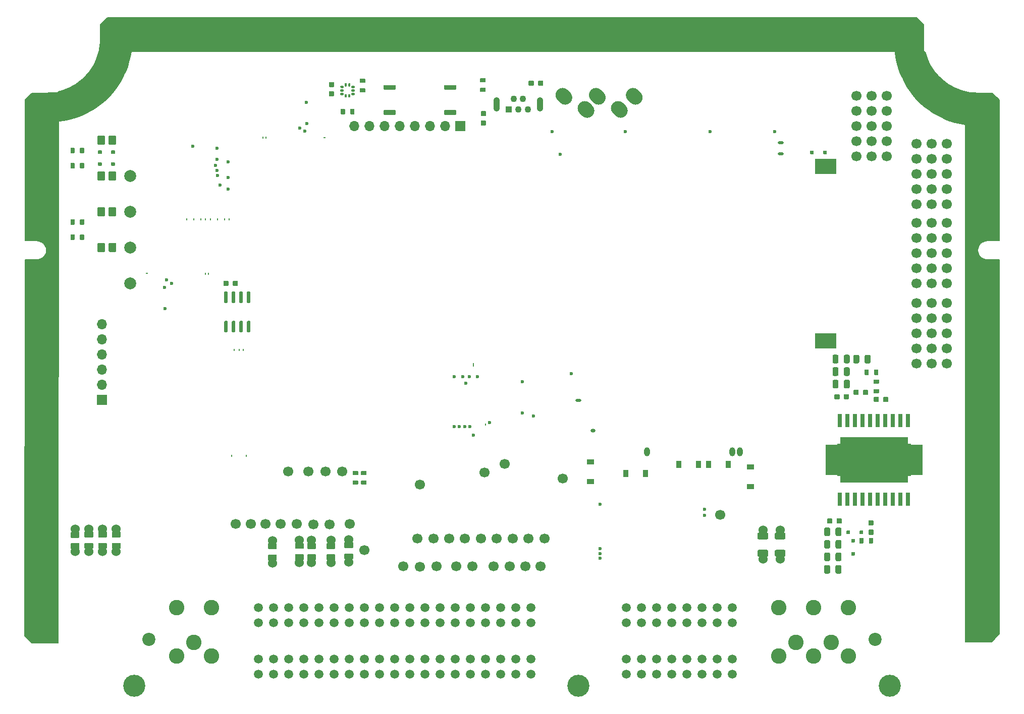
<source format=gts>
G04 #@! TF.GenerationSoftware,KiCad,Pcbnew,(5.99.0-12439-g94954386e6)*
G04 #@! TF.CreationDate,2021-10-12T01:17:31+03:00*
G04 #@! TF.ProjectId,hellen121vag,68656c6c-656e-4313-9231-7661672e6b69,b*
G04 #@! TF.SameCoordinates,PX2b953a0PY6943058*
G04 #@! TF.FileFunction,Soldermask,Top*
G04 #@! TF.FilePolarity,Negative*
%FSLAX46Y46*%
G04 Gerber Fmt 4.6, Leading zero omitted, Abs format (unit mm)*
G04 Created by KiCad (PCBNEW (5.99.0-12439-g94954386e6)) date 2021-10-12 01:17:31*
%MOMM*%
%LPD*%
G01*
G04 APERTURE LIST*
%ADD10C,0.010000*%
%ADD11C,3.700000*%
%ADD12C,2.200000*%
%ADD13C,2.600000*%
%ADD14C,1.500000*%
%ADD15C,1.700000*%
%ADD16C,0.599999*%
%ADD17O,0.499999X0.250000*%
%ADD18O,0.250000X0.499999*%
%ADD19O,0.200000X0.399999*%
%ADD20O,1.000001X1.500000*%
%ADD21O,0.800001X0.599999*%
%ADD22C,1.524000*%
%ADD23R,0.203200X1.524000*%
%ADD24R,1.200000X0.900000*%
%ADD25C,2.000000*%
%ADD26R,0.800000X2.200000*%
%ADD27R,2.032000X5.080000*%
%ADD28R,11.430000X7.620000*%
%ADD29R,3.600000X2.600000*%
%ADD30R,0.900000X1.200000*%
%ADD31R,1.700000X1.700000*%
%ADD32O,1.700000X1.700000*%
%ADD33C,0.600000*%
%ADD34O,1.000001X0.499999*%
%ADD35R,1.100000X1.100000*%
%ADD36C,1.100000*%
%ADD37O,1.100000X2.400000*%
%ADD38O,0.200000X0.499999*%
%ADD39C,0.200000*%
G04 APERTURE END LIST*
D10*
G04 #@! TO.C,U1*
X148402450Y46133763D02*
X148803000Y46133763D01*
X148803000Y46133763D02*
X148803000Y40847843D01*
X148803000Y40847843D02*
X148402450Y40847843D01*
X148402450Y40847843D02*
X148402450Y46133763D01*
G36*
X148803000Y40847843D02*
G01*
X148402450Y40847843D01*
X148402450Y46133763D01*
X148803000Y46133763D01*
X148803000Y40847843D01*
G37*
X148803000Y40847843D02*
X148402450Y40847843D01*
X148402450Y46133763D01*
X148803000Y46133763D01*
X148803000Y40847843D01*
X136598850Y46133763D02*
X137017400Y46133763D01*
X137017400Y46133763D02*
X137017400Y40845303D01*
X137017400Y40845303D02*
X136598850Y40845303D01*
X136598850Y40845303D02*
X136598850Y46133763D01*
G36*
X137017400Y40845303D02*
G01*
X136598850Y40845303D01*
X136598850Y46133763D01*
X137017400Y46133763D01*
X137017400Y40845303D01*
G37*
X137017400Y40845303D02*
X136598850Y40845303D01*
X136598850Y46133763D01*
X137017400Y46133763D01*
X137017400Y40845303D01*
G04 #@! TD*
D11*
G04 #@! TO.C,P1*
X145348000Y5492000D03*
X18648000Y5492000D03*
X93148000Y5492000D03*
D12*
X142898000Y13292000D03*
X21098000Y13292000D03*
D13*
X25748000Y10492000D03*
X31548000Y10492000D03*
X28648000Y12822000D03*
X25748000Y18622000D03*
X31548000Y18622000D03*
D14*
X85168000Y18622000D03*
X82628000Y18622000D03*
X80088000Y18622000D03*
X77548000Y18622000D03*
X75008000Y18622000D03*
X72468000Y18622000D03*
X69928000Y18622000D03*
X67388000Y18622000D03*
X64848000Y18622000D03*
X62308000Y18622000D03*
X59768000Y18622000D03*
X57228000Y18622000D03*
X54688000Y18622000D03*
X52148000Y18622000D03*
X49608000Y18622000D03*
X47068000Y18622000D03*
X44528000Y18622000D03*
X41988000Y18622000D03*
X39448000Y18622000D03*
X85168000Y16082000D03*
X82628000Y16082000D03*
X80088000Y16082000D03*
X77548000Y16082000D03*
X75008000Y16082000D03*
X72468000Y16082000D03*
X69928000Y16082000D03*
X67388000Y16082000D03*
X64848000Y16082000D03*
X62308000Y16082000D03*
X59768000Y16082000D03*
X57228000Y16082000D03*
X54688000Y16082000D03*
X52148000Y16082000D03*
X49608000Y16082000D03*
X47068000Y16082000D03*
X44528000Y16082000D03*
X41988000Y16082000D03*
X39448000Y16082000D03*
X85168000Y10032000D03*
X82628000Y10032000D03*
X80088000Y10032000D03*
X77548000Y10032000D03*
X75008000Y10032000D03*
X72468000Y10032000D03*
X69928000Y10032000D03*
X67388000Y10032000D03*
X64848000Y10032000D03*
X62308000Y10032000D03*
X59768000Y10032000D03*
X57228000Y10032000D03*
X54688000Y10032000D03*
X52148000Y10032000D03*
X49608000Y10032000D03*
X47068000Y10032000D03*
X44528000Y10032000D03*
X41988000Y10032000D03*
X39448000Y10032000D03*
X85168000Y7492000D03*
X82628000Y7492000D03*
X80088000Y7492000D03*
X77548000Y7492000D03*
X75008000Y7492000D03*
X72468000Y7492000D03*
X69928000Y7492000D03*
X67388000Y7492000D03*
X64848000Y7492000D03*
X62308000Y7492000D03*
X59768000Y7492000D03*
X57228000Y7492000D03*
X54688000Y7492000D03*
X52148000Y7492000D03*
X49608000Y7492000D03*
X47068000Y7492000D03*
X44528000Y7492000D03*
X41988000Y7492000D03*
X39448000Y7492000D03*
X101138000Y7492000D03*
X103678000Y7492000D03*
X106218000Y7492000D03*
X108758000Y7492000D03*
X111298000Y7492000D03*
X113838000Y7492000D03*
X116378000Y7492000D03*
X118918000Y7492000D03*
X101138000Y10032000D03*
X103678000Y10032000D03*
X106218000Y10032000D03*
X108758000Y10032000D03*
X111298000Y10032000D03*
X113838000Y10032000D03*
X116378000Y10032000D03*
X118918000Y10032000D03*
X101138000Y16082000D03*
X103678000Y16082000D03*
X106218000Y16082000D03*
X108758000Y16082000D03*
X111298000Y16082000D03*
X113838000Y16082000D03*
X116378000Y16082000D03*
X118918000Y16082000D03*
X101138000Y18622000D03*
X103678000Y18622000D03*
X106218000Y18622000D03*
X108758000Y18622000D03*
X111298000Y18622000D03*
X113838000Y18622000D03*
X116378000Y18622000D03*
X118918000Y18622000D03*
D13*
X126748000Y10492000D03*
X132548000Y10492000D03*
X138448000Y10492000D03*
X129648000Y12822000D03*
X135548000Y12822000D03*
X126748000Y18622000D03*
X132548000Y18622000D03*
X138448000Y18622000D03*
G04 #@! TD*
G04 #@! TO.C,M3*
G36*
G01*
X75642499Y59646377D02*
X75642499Y59196377D01*
G75*
G02*
X75517499Y59071377I-125000J0D01*
G01*
X75517499Y59071377D01*
G75*
G02*
X75392499Y59196377I0J125000D01*
G01*
X75392499Y59646377D01*
G75*
G02*
X75517499Y59771377I125000J0D01*
G01*
X75517499Y59771377D01*
G75*
G02*
X75642499Y59646377I0J-125000D01*
G01*
G37*
G04 #@! TD*
G04 #@! TO.C,U3*
G36*
G01*
X34145000Y64850000D02*
X33845000Y64850000D01*
G75*
G02*
X33695000Y65000000I0J150000D01*
G01*
X33695000Y66650000D01*
G75*
G02*
X33845000Y66800000I150000J0D01*
G01*
X34145000Y66800000D01*
G75*
G02*
X34295000Y66650000I0J-150000D01*
G01*
X34295000Y65000000D01*
G75*
G02*
X34145000Y64850000I-150000J0D01*
G01*
G37*
G36*
G01*
X35415000Y64850000D02*
X35115000Y64850000D01*
G75*
G02*
X34965000Y65000000I0J150000D01*
G01*
X34965000Y66650000D01*
G75*
G02*
X35115000Y66800000I150000J0D01*
G01*
X35415000Y66800000D01*
G75*
G02*
X35565000Y66650000I0J-150000D01*
G01*
X35565000Y65000000D01*
G75*
G02*
X35415000Y64850000I-150000J0D01*
G01*
G37*
G36*
G01*
X36685000Y64850000D02*
X36385000Y64850000D01*
G75*
G02*
X36235000Y65000000I0J150000D01*
G01*
X36235000Y66650000D01*
G75*
G02*
X36385000Y66800000I150000J0D01*
G01*
X36685000Y66800000D01*
G75*
G02*
X36835000Y66650000I0J-150000D01*
G01*
X36835000Y65000000D01*
G75*
G02*
X36685000Y64850000I-150000J0D01*
G01*
G37*
G36*
G01*
X37955000Y64850000D02*
X37655000Y64850000D01*
G75*
G02*
X37505000Y65000000I0J150000D01*
G01*
X37505000Y66650000D01*
G75*
G02*
X37655000Y66800000I150000J0D01*
G01*
X37955000Y66800000D01*
G75*
G02*
X38105000Y66650000I0J-150000D01*
G01*
X38105000Y65000000D01*
G75*
G02*
X37955000Y64850000I-150000J0D01*
G01*
G37*
G36*
G01*
X37955000Y69800000D02*
X37655000Y69800000D01*
G75*
G02*
X37505000Y69950000I0J150000D01*
G01*
X37505000Y71600000D01*
G75*
G02*
X37655000Y71750000I150000J0D01*
G01*
X37955000Y71750000D01*
G75*
G02*
X38105000Y71600000I0J-150000D01*
G01*
X38105000Y69950000D01*
G75*
G02*
X37955000Y69800000I-150000J0D01*
G01*
G37*
G36*
G01*
X36685000Y69800000D02*
X36385000Y69800000D01*
G75*
G02*
X36235000Y69950000I0J150000D01*
G01*
X36235000Y71600000D01*
G75*
G02*
X36385000Y71750000I150000J0D01*
G01*
X36685000Y71750000D01*
G75*
G02*
X36835000Y71600000I0J-150000D01*
G01*
X36835000Y69950000D01*
G75*
G02*
X36685000Y69800000I-150000J0D01*
G01*
G37*
G36*
G01*
X35415000Y69800000D02*
X35115000Y69800000D01*
G75*
G02*
X34965000Y69950000I0J150000D01*
G01*
X34965000Y71600000D01*
G75*
G02*
X35115000Y71750000I150000J0D01*
G01*
X35415000Y71750000D01*
G75*
G02*
X35565000Y71600000I0J-150000D01*
G01*
X35565000Y69950000D01*
G75*
G02*
X35415000Y69800000I-150000J0D01*
G01*
G37*
G36*
G01*
X34145000Y69800000D02*
X33845000Y69800000D01*
G75*
G02*
X33695000Y69950000I0J150000D01*
G01*
X33695000Y71600000D01*
G75*
G02*
X33845000Y71750000I150000J0D01*
G01*
X34145000Y71750000D01*
G75*
G02*
X34295000Y71600000I0J-150000D01*
G01*
X34295000Y69950000D01*
G75*
G02*
X34145000Y69800000I-150000J0D01*
G01*
G37*
G04 #@! TD*
D15*
G04 #@! TO.C,P2*
X44450000Y41550000D03*
G04 #@! TD*
G04 #@! TO.C,R22*
G36*
G01*
X143450000Y58565000D02*
X143450000Y57785000D01*
G75*
G02*
X143380000Y57715000I-70000J0D01*
G01*
X142820000Y57715000D01*
G75*
G02*
X142750000Y57785000I0J70000D01*
G01*
X142750000Y58565000D01*
G75*
G02*
X142820000Y58635000I70000J0D01*
G01*
X143380000Y58635000D01*
G75*
G02*
X143450000Y58565000I0J-70000D01*
G01*
G37*
G36*
G01*
X141850000Y58565000D02*
X141850000Y57785000D01*
G75*
G02*
X141780000Y57715000I-70000J0D01*
G01*
X141220000Y57715000D01*
G75*
G02*
X141150000Y57785000I0J70000D01*
G01*
X141150000Y58565000D01*
G75*
G02*
X141220000Y58635000I70000J0D01*
G01*
X141780000Y58635000D01*
G75*
G02*
X141850000Y58565000I0J-70000D01*
G01*
G37*
G04 #@! TD*
G04 #@! TO.C,C15*
G36*
G01*
X51360000Y106915001D02*
X52040000Y106915001D01*
G75*
G02*
X52125000Y106830001I0J-85000D01*
G01*
X52125000Y106150001D01*
G75*
G02*
X52040000Y106065001I-85000J0D01*
G01*
X51360000Y106065001D01*
G75*
G02*
X51275000Y106150001I0J85000D01*
G01*
X51275000Y106830001D01*
G75*
G02*
X51360000Y106915001I85000J0D01*
G01*
G37*
G36*
G01*
X51360000Y105334999D02*
X52040000Y105334999D01*
G75*
G02*
X52125000Y105249999I0J-85000D01*
G01*
X52125000Y104569999D01*
G75*
G02*
X52040000Y104484999I-85000J0D01*
G01*
X51360000Y104484999D01*
G75*
G02*
X51275000Y104569999I0J85000D01*
G01*
X51275000Y105249999D01*
G75*
G02*
X51360000Y105334999I85000J0D01*
G01*
G37*
G04 #@! TD*
G04 #@! TO.C,C6*
G36*
G01*
X77540000Y99584999D02*
X76860000Y99584999D01*
G75*
G02*
X76775000Y99669999I0J85000D01*
G01*
X76775000Y100349999D01*
G75*
G02*
X76860000Y100434999I85000J0D01*
G01*
X77540000Y100434999D01*
G75*
G02*
X77625000Y100349999I0J-85000D01*
G01*
X77625000Y99669999D01*
G75*
G02*
X77540000Y99584999I-85000J0D01*
G01*
G37*
G36*
G01*
X77540000Y101165001D02*
X76860000Y101165001D01*
G75*
G02*
X76775000Y101250001I0J85000D01*
G01*
X76775000Y101930001D01*
G75*
G02*
X76860000Y102015001I85000J0D01*
G01*
X77540000Y102015001D01*
G75*
G02*
X77625000Y101930001I0J-85000D01*
G01*
X77625000Y101250001D01*
G75*
G02*
X77540000Y101165001I-85000J0D01*
G01*
G37*
G04 #@! TD*
D16*
G04 #@! TO.C,M11*
X96809400Y36036600D03*
X96809400Y28536600D03*
X96809400Y27736600D03*
X96809400Y26936600D03*
X114334400Y34136600D03*
X114334400Y35136600D03*
G04 #@! TD*
D15*
G04 #@! TO.C,G5*
X149860000Y73050000D03*
X149860000Y75590000D03*
X149860000Y78130000D03*
X149860000Y80670000D03*
X149860000Y83210000D03*
X152400000Y73050000D03*
X152400000Y75590000D03*
X152400000Y78130000D03*
X152400000Y80670000D03*
X152400000Y83210000D03*
X154940000Y73050000D03*
X154940000Y75590000D03*
X154940000Y78130000D03*
X154940000Y80670000D03*
X154940000Y83210000D03*
G04 #@! TD*
D17*
G04 #@! TO.C,M1*
X50537495Y97531666D03*
D18*
X40187501Y97581664D03*
X40687502Y97581664D03*
D16*
X47237499Y98631662D03*
X46362497Y99156662D03*
X47537501Y99906660D03*
X47462498Y103456661D03*
G04 #@! TD*
D15*
G04 #@! TO.C,P17*
X57200000Y28275000D03*
G04 #@! TD*
D19*
G04 #@! TO.C,M7*
X34517335Y83814583D03*
X33757356Y83814583D03*
X32582363Y83814583D03*
X31407376Y83814583D03*
X30567464Y83814583D03*
X29817392Y83814583D03*
X28642381Y83814583D03*
X27467384Y83814583D03*
D16*
X32507387Y93914190D03*
X34342397Y93489182D03*
X32292389Y92939185D03*
X32507384Y92064226D03*
X32582391Y91214203D03*
X34342397Y90889187D03*
X33032397Y89589220D03*
X34342397Y88939203D03*
X28417382Y96114206D03*
X32492388Y95814204D03*
G04 #@! TD*
D20*
G04 #@! TO.C,M6*
X120232431Y44851221D03*
X118976566Y44851221D03*
X104601540Y44851221D03*
D21*
X95546542Y48347505D03*
G04 #@! TD*
D15*
G04 #@! TO.C,P5*
X50675000Y41525000D03*
G04 #@! TD*
G04 #@! TO.C,P61*
X40675000Y32675000D03*
G04 #@! TD*
G04 #@! TO.C,P44*
X76744800Y30212600D03*
G04 #@! TD*
G04 #@! TO.C,P16*
X66568000Y39280400D03*
G04 #@! TD*
G04 #@! TO.C,D8*
G36*
G01*
X14312000Y90505000D02*
X14312000Y91745000D01*
G75*
G02*
X14442000Y91875000I130000J0D01*
G01*
X15482000Y91875000D01*
G75*
G02*
X15612000Y91745000I0J-130000D01*
G01*
X15612000Y90505000D01*
G75*
G02*
X15482000Y90375000I-130000J0D01*
G01*
X14442000Y90375000D01*
G75*
G02*
X14312000Y90505000I0J130000D01*
G01*
G37*
G36*
G01*
X12411979Y90505000D02*
X12411979Y91745000D01*
G75*
G02*
X12541979Y91875000I130000J0D01*
G01*
X13581979Y91875000D01*
G75*
G02*
X13711979Y91745000I0J-130000D01*
G01*
X13711979Y90505000D01*
G75*
G02*
X13581979Y90375000I-130000J0D01*
G01*
X12541979Y90375000D01*
G75*
G02*
X12411979Y90505000I0J130000D01*
G01*
G37*
G04 #@! TD*
G04 #@! TO.C,P6*
X116936200Y34225800D03*
G04 #@! TD*
G04 #@! TO.C,P66*
X79419800Y30212600D03*
G04 #@! TD*
G04 #@! TO.C,P12*
X69300000Y25625000D03*
G04 #@! TD*
G04 #@! TO.C,P13*
X66575000Y25550000D03*
G04 #@! TD*
G04 #@! TO.C,R13*
G36*
G01*
X8075000Y31375001D02*
X9325000Y31375001D01*
G75*
G02*
X9425000Y31275001I0J-100000D01*
G01*
X9425000Y30475001D01*
G75*
G02*
X9325000Y30375001I-100000J0D01*
G01*
X8075000Y30375001D01*
G75*
G02*
X7975000Y30475001I0J100000D01*
G01*
X7975000Y31275001D01*
G75*
G02*
X8075000Y31375001I100000J0D01*
G01*
G37*
D22*
X8700000Y31830000D03*
G36*
G01*
X8075000Y29474979D02*
X9325000Y29474979D01*
G75*
G02*
X9425000Y29374979I0J-100000D01*
G01*
X9425000Y28574979D01*
G75*
G02*
X9325000Y28474979I-100000J0D01*
G01*
X8075000Y28474979D01*
G75*
G02*
X7975000Y28574979I0J100000D01*
G01*
X7975000Y29374979D01*
G75*
G02*
X8075000Y29474979I100000J0D01*
G01*
G37*
X8700000Y28020000D03*
G04 #@! TD*
D15*
G04 #@! TO.C,G2*
X149860000Y86360000D03*
X149860000Y88900000D03*
X149860000Y91440000D03*
X149860000Y93980000D03*
X149860000Y96520000D03*
X152400000Y86360000D03*
X152400000Y88900000D03*
X152400000Y91440000D03*
X152400000Y93980000D03*
X152400000Y96520000D03*
X154940000Y86360000D03*
X154940000Y88900000D03*
X154940000Y91440000D03*
X154940000Y93980000D03*
X154940000Y96520000D03*
G04 #@! TD*
D22*
G04 #@! TO.C,R4*
X54600000Y26295000D03*
G36*
G01*
X55225000Y26749999D02*
X53975000Y26749999D01*
G75*
G02*
X53875000Y26849999I0J100000D01*
G01*
X53875000Y27649999D01*
G75*
G02*
X53975000Y27749999I100000J0D01*
G01*
X55225000Y27749999D01*
G75*
G02*
X55325000Y27649999I0J-100000D01*
G01*
X55325000Y26849999D01*
G75*
G02*
X55225000Y26749999I-100000J0D01*
G01*
G37*
X54600000Y30105000D03*
G36*
G01*
X55225000Y28650021D02*
X53975000Y28650021D01*
G75*
G02*
X53875000Y28750021I0J100000D01*
G01*
X53875000Y29550021D01*
G75*
G02*
X53975000Y29650021I100000J0D01*
G01*
X55225000Y29650021D01*
G75*
G02*
X55325000Y29550021I0J-100000D01*
G01*
X55325000Y28750021D01*
G75*
G02*
X55225000Y28650021I-100000J0D01*
G01*
G37*
G04 #@! TD*
D15*
G04 #@! TO.C,P63*
X86775000Y25575000D03*
G04 #@! TD*
G04 #@! TO.C,P4*
X53500000Y41525000D03*
G04 #@! TD*
G04 #@! TO.C,R16*
G36*
G01*
X10212000Y95790000D02*
X10212000Y95010000D01*
G75*
G02*
X10142000Y94940000I-70000J0D01*
G01*
X9582000Y94940000D01*
G75*
G02*
X9512000Y95010000I0J70000D01*
G01*
X9512000Y95790000D01*
G75*
G02*
X9582000Y95860000I70000J0D01*
G01*
X10142000Y95860000D01*
G75*
G02*
X10212000Y95790000I0J-70000D01*
G01*
G37*
G36*
G01*
X8612000Y95790000D02*
X8612000Y95010000D01*
G75*
G02*
X8542000Y94940000I-70000J0D01*
G01*
X7982000Y94940000D01*
G75*
G02*
X7912000Y95010000I0J70000D01*
G01*
X7912000Y95790000D01*
G75*
G02*
X7982000Y95860000I70000J0D01*
G01*
X8542000Y95860000D01*
G75*
G02*
X8612000Y95790000I0J-70000D01*
G01*
G37*
G04 #@! TD*
G04 #@! TO.C,C5*
G36*
G01*
X145122001Y53932163D02*
X145122001Y53252163D01*
G75*
G02*
X145037001Y53167163I-85000J0D01*
G01*
X144357001Y53167163D01*
G75*
G02*
X144272001Y53252163I0J85000D01*
G01*
X144272001Y53932163D01*
G75*
G02*
X144357001Y54017163I85000J0D01*
G01*
X145037001Y54017163D01*
G75*
G02*
X145122001Y53932163I0J-85000D01*
G01*
G37*
G36*
G01*
X143541999Y53932163D02*
X143541999Y53252163D01*
G75*
G02*
X143456999Y53167163I-85000J0D01*
G01*
X142776999Y53167163D01*
G75*
G02*
X142691999Y53252163I0J85000D01*
G01*
X142691999Y53932163D01*
G75*
G02*
X142776999Y54017163I85000J0D01*
G01*
X143456999Y54017163D01*
G75*
G02*
X143541999Y53932163I0J-85000D01*
G01*
G37*
G04 #@! TD*
G04 #@! TO.C,C11*
G36*
G01*
X134362000Y30900000D02*
X134362000Y31850000D01*
G75*
G02*
X134612000Y32100000I250000J0D01*
G01*
X135112000Y32100000D01*
G75*
G02*
X135362000Y31850000I0J-250000D01*
G01*
X135362000Y30900000D01*
G75*
G02*
X135112000Y30650000I-250000J0D01*
G01*
X134612000Y30650000D01*
G75*
G02*
X134362000Y30900000I0J250000D01*
G01*
G37*
G36*
G01*
X136262000Y30900000D02*
X136262000Y31850000D01*
G75*
G02*
X136512000Y32100000I250000J0D01*
G01*
X137012000Y32100000D01*
G75*
G02*
X137262000Y31850000I0J-250000D01*
G01*
X137262000Y30900000D01*
G75*
G02*
X137012000Y30650000I-250000J0D01*
G01*
X136512000Y30650000D01*
G75*
G02*
X136262000Y30900000I0J250000D01*
G01*
G37*
G04 #@! TD*
D18*
G04 #@! TO.C,M5*
X35362524Y61926574D03*
X36237524Y61926574D03*
X36937525Y61926574D03*
X37387524Y44101576D03*
X34987521Y44101576D03*
G04 #@! TD*
D15*
G04 #@! TO.C,P28*
X74094800Y30212600D03*
G04 #@! TD*
G04 #@! TO.C,P74*
X45925000Y32675000D03*
G04 #@! TD*
G04 #@! TO.C,R8*
G36*
G01*
X47725000Y29500001D02*
X48975000Y29500001D01*
G75*
G02*
X49075000Y29400001I0J-100000D01*
G01*
X49075000Y28600001D01*
G75*
G02*
X48975000Y28500001I-100000J0D01*
G01*
X47725000Y28500001D01*
G75*
G02*
X47625000Y28600001I0J100000D01*
G01*
X47625000Y29400001D01*
G75*
G02*
X47725000Y29500001I100000J0D01*
G01*
G37*
D22*
X48350000Y29955000D03*
X48350000Y26145000D03*
G36*
G01*
X47725000Y27599979D02*
X48975000Y27599979D01*
G75*
G02*
X49075000Y27499979I0J-100000D01*
G01*
X49075000Y26699979D01*
G75*
G02*
X48975000Y26599979I-100000J0D01*
G01*
X47725000Y26599979D01*
G75*
G02*
X47625000Y26699979I0J100000D01*
G01*
X47625000Y27499979D01*
G75*
G02*
X47725000Y27599979I100000J0D01*
G01*
G37*
G04 #@! TD*
D23*
G04 #@! TO.C,F1*
X124075000Y27250000D03*
G36*
G01*
X124975000Y28119990D02*
X124975000Y27429990D01*
G75*
G02*
X124745000Y27199990I-230000J0D01*
G01*
X123405000Y27199990D01*
G75*
G02*
X123175000Y27429990I0J230000D01*
G01*
X123175000Y28119990D01*
G75*
G02*
X123405000Y28349990I230000J0D01*
G01*
X124745000Y28349990D01*
G75*
G02*
X124975000Y28119990I0J-230000D01*
G01*
G37*
D22*
X124075000Y26775000D03*
X124075000Y31675000D03*
G36*
G01*
X124975000Y31020010D02*
X124975000Y30330010D01*
G75*
G02*
X124745000Y30100010I-230000J0D01*
G01*
X123405000Y30100010D01*
G75*
G02*
X123175000Y30330010I0J230000D01*
G01*
X123175000Y31020010D01*
G75*
G02*
X123405000Y31250010I230000J0D01*
G01*
X124745000Y31250010D01*
G75*
G02*
X124975000Y31020010I0J-230000D01*
G01*
G37*
D23*
X124075000Y31250010D03*
G04 #@! TD*
D24*
G04 #@! TO.C,D10*
X122016200Y38951200D03*
X122016200Y42251200D03*
G04 #@! TD*
D25*
G04 #@! TO.C,J2*
X17962000Y91125000D03*
G04 #@! TD*
D26*
G04 #@! TO.C,U1*
X136992000Y36892163D03*
X138262000Y36892163D03*
X139532000Y36892163D03*
X140802000Y36892163D03*
X142072000Y36892163D03*
X143342000Y36892163D03*
X144612000Y36892163D03*
X145882000Y36892163D03*
X147152000Y36892163D03*
X148422000Y36892163D03*
X148422000Y50092163D03*
X147152000Y50092163D03*
X145882000Y50092163D03*
X144612000Y50092163D03*
X143342000Y50092163D03*
X142072000Y50092163D03*
X140802000Y50092163D03*
X139532000Y50092163D03*
X138262000Y50092163D03*
X136992000Y50092163D03*
D27*
X135595000Y43492163D03*
D28*
X142707000Y43492163D03*
D27*
X149819000Y43492163D03*
G04 #@! TD*
G04 #@! TO.C,R21*
G36*
G01*
X10212000Y81240000D02*
X10212000Y80460000D01*
G75*
G02*
X10142000Y80390000I-70000J0D01*
G01*
X9582000Y80390000D01*
G75*
G02*
X9512000Y80460000I0J70000D01*
G01*
X9512000Y81240000D01*
G75*
G02*
X9582000Y81310000I70000J0D01*
G01*
X10142000Y81310000D01*
G75*
G02*
X10212000Y81240000I0J-70000D01*
G01*
G37*
G36*
G01*
X8612000Y81240000D02*
X8612000Y80460000D01*
G75*
G02*
X8542000Y80390000I-70000J0D01*
G01*
X7982000Y80390000D01*
G75*
G02*
X7912000Y80460000I0J70000D01*
G01*
X7912000Y81240000D01*
G75*
G02*
X7982000Y81310000I70000J0D01*
G01*
X8542000Y81310000D01*
G75*
G02*
X8612000Y81240000I0J-70000D01*
G01*
G37*
G04 #@! TD*
D17*
G04 #@! TO.C,M10*
X20725007Y74749997D03*
D18*
X31075001Y74699999D03*
X30575000Y74699999D03*
D16*
X24025003Y73650001D03*
X24900005Y73125001D03*
X23725001Y72375003D03*
X23800004Y68825002D03*
G04 #@! TD*
G04 #@! TO.C,D4*
G36*
G01*
X14312000Y96505000D02*
X14312000Y97745000D01*
G75*
G02*
X14442000Y97875000I130000J0D01*
G01*
X15482000Y97875000D01*
G75*
G02*
X15612000Y97745000I0J-130000D01*
G01*
X15612000Y96505000D01*
G75*
G02*
X15482000Y96375000I-130000J0D01*
G01*
X14442000Y96375000D01*
G75*
G02*
X14312000Y96505000I0J130000D01*
G01*
G37*
G36*
G01*
X12411979Y96505000D02*
X12411979Y97745000D01*
G75*
G02*
X12541979Y97875000I130000J0D01*
G01*
X13581979Y97875000D01*
G75*
G02*
X13711979Y97745000I0J-130000D01*
G01*
X13711979Y96505000D01*
G75*
G02*
X13581979Y96375000I-130000J0D01*
G01*
X12541979Y96375000D01*
G75*
G02*
X12411979Y96505000I0J130000D01*
G01*
G37*
G04 #@! TD*
G04 #@! TO.C,C16*
G36*
G01*
X36015001Y73440000D02*
X36015001Y72760000D01*
G75*
G02*
X35930001Y72675000I-85000J0D01*
G01*
X35250001Y72675000D01*
G75*
G02*
X35165001Y72760000I0J85000D01*
G01*
X35165001Y73440000D01*
G75*
G02*
X35250001Y73525000I85000J0D01*
G01*
X35930001Y73525000D01*
G75*
G02*
X36015001Y73440000I0J-85000D01*
G01*
G37*
G36*
G01*
X34434999Y73440000D02*
X34434999Y72760000D01*
G75*
G02*
X34349999Y72675000I-85000J0D01*
G01*
X33669999Y72675000D01*
G75*
G02*
X33584999Y72760000I0J85000D01*
G01*
X33584999Y73440000D01*
G75*
G02*
X33669999Y73525000I85000J0D01*
G01*
X34349999Y73525000D01*
G75*
G02*
X34434999Y73440000I0J-85000D01*
G01*
G37*
G04 #@! TD*
G04 #@! TO.C,S1*
G36*
G01*
X60542000Y106400001D02*
X62382000Y106400001D01*
G75*
G02*
X62462000Y106320001I0J-80000D01*
G01*
X62462000Y105680001D01*
G75*
G02*
X62382000Y105600001I-80000J0D01*
G01*
X60542000Y105600001D01*
G75*
G02*
X60462000Y105680001I0J80000D01*
G01*
X60462000Y106320001D01*
G75*
G02*
X60542000Y106400001I80000J0D01*
G01*
G37*
G36*
G01*
X60542000Y102200000D02*
X62382000Y102200000D01*
G75*
G02*
X62462000Y102120000I0J-80000D01*
G01*
X62462000Y101480000D01*
G75*
G02*
X62382000Y101400000I-80000J0D01*
G01*
X60542000Y101400000D01*
G75*
G02*
X60462000Y101480000I0J80000D01*
G01*
X60462000Y102120000D01*
G75*
G02*
X60542000Y102200000I80000J0D01*
G01*
G37*
G04 #@! TD*
D15*
G04 #@! TO.C,P67*
X82112800Y30212600D03*
G04 #@! TD*
D29*
G04 #@! TO.C,BT1*
X134600000Y92700000D03*
X134600000Y63400000D03*
G04 #@! TD*
D15*
G04 #@! TO.C,P9*
X71444800Y30212600D03*
G04 #@! TD*
G04 #@! TO.C,R5*
G36*
G01*
X142717000Y56942163D02*
X143497000Y56942163D01*
G75*
G02*
X143567000Y56872163I0J-70000D01*
G01*
X143567000Y56312163D01*
G75*
G02*
X143497000Y56242163I-70000J0D01*
G01*
X142717000Y56242163D01*
G75*
G02*
X142647000Y56312163I0J70000D01*
G01*
X142647000Y56872163D01*
G75*
G02*
X142717000Y56942163I70000J0D01*
G01*
G37*
G36*
G01*
X142717000Y55342163D02*
X143497000Y55342163D01*
G75*
G02*
X143567000Y55272163I0J-70000D01*
G01*
X143567000Y54712163D01*
G75*
G02*
X143497000Y54642163I-70000J0D01*
G01*
X142717000Y54642163D01*
G75*
G02*
X142647000Y54712163I0J70000D01*
G01*
X142647000Y55272163D01*
G75*
G02*
X142717000Y55342163I70000J0D01*
G01*
G37*
G04 #@! TD*
G04 #@! TO.C,P7*
X90500000Y40325000D03*
G04 #@! TD*
G04 #@! TO.C,U2*
G36*
G01*
X54200000Y104300000D02*
X54000000Y104300000D01*
G75*
G02*
X53900000Y104400000I0J100000D01*
G01*
X53900000Y104750000D01*
G75*
G02*
X54000000Y104850000I100000J0D01*
G01*
X54200000Y104850000D01*
G75*
G02*
X54300000Y104750000I0J-100000D01*
G01*
X54300000Y104400000D01*
G75*
G02*
X54200000Y104300000I-100000J0D01*
G01*
G37*
G36*
G01*
X54800000Y104300000D02*
X54600000Y104300000D01*
G75*
G02*
X54500000Y104400000I0J100000D01*
G01*
X54500000Y104750000D01*
G75*
G02*
X54600000Y104850000I100000J0D01*
G01*
X54800000Y104850000D01*
G75*
G02*
X54900000Y104750000I0J-100000D01*
G01*
X54900000Y104400000D01*
G75*
G02*
X54800000Y104300000I-100000J0D01*
G01*
G37*
G36*
G01*
X55500000Y104700000D02*
X55150000Y104700000D01*
G75*
G02*
X55050000Y104800000I0J100000D01*
G01*
X55050000Y105000000D01*
G75*
G02*
X55150000Y105100000I100000J0D01*
G01*
X55500000Y105100000D01*
G75*
G02*
X55600000Y105000000I0J-100000D01*
G01*
X55600000Y104800000D01*
G75*
G02*
X55500000Y104700000I-100000J0D01*
G01*
G37*
G36*
G01*
X55500000Y105300000D02*
X55150000Y105300000D01*
G75*
G02*
X55050000Y105400000I0J100000D01*
G01*
X55050000Y105600000D01*
G75*
G02*
X55150000Y105700000I100000J0D01*
G01*
X55500000Y105700000D01*
G75*
G02*
X55600000Y105600000I0J-100000D01*
G01*
X55600000Y105400000D01*
G75*
G02*
X55500000Y105300000I-100000J0D01*
G01*
G37*
G36*
G01*
X55500000Y105900000D02*
X55150000Y105900000D01*
G75*
G02*
X55050000Y106000000I0J100000D01*
G01*
X55050000Y106200000D01*
G75*
G02*
X55150000Y106300000I100000J0D01*
G01*
X55500000Y106300000D01*
G75*
G02*
X55600000Y106200000I0J-100000D01*
G01*
X55600000Y106000000D01*
G75*
G02*
X55500000Y105900000I-100000J0D01*
G01*
G37*
G36*
G01*
X54800000Y106150000D02*
X54600000Y106150000D01*
G75*
G02*
X54500000Y106250000I0J100000D01*
G01*
X54500000Y106600000D01*
G75*
G02*
X54600000Y106700000I100000J0D01*
G01*
X54800000Y106700000D01*
G75*
G02*
X54900000Y106600000I0J-100000D01*
G01*
X54900000Y106250000D01*
G75*
G02*
X54800000Y106150000I-100000J0D01*
G01*
G37*
G36*
G01*
X54200000Y106150000D02*
X54000000Y106150000D01*
G75*
G02*
X53900000Y106250000I0J100000D01*
G01*
X53900000Y106600000D01*
G75*
G02*
X54000000Y106700000I100000J0D01*
G01*
X54200000Y106700000D01*
G75*
G02*
X54300000Y106600000I0J-100000D01*
G01*
X54300000Y106250000D01*
G75*
G02*
X54200000Y106150000I-100000J0D01*
G01*
G37*
G36*
G01*
X53650000Y105900000D02*
X53300000Y105900000D01*
G75*
G02*
X53200000Y106000000I0J100000D01*
G01*
X53200000Y106200000D01*
G75*
G02*
X53300000Y106300000I100000J0D01*
G01*
X53650000Y106300000D01*
G75*
G02*
X53750000Y106200000I0J-100000D01*
G01*
X53750000Y106000000D01*
G75*
G02*
X53650000Y105900000I-100000J0D01*
G01*
G37*
G36*
G01*
X53650000Y105300000D02*
X53300000Y105300000D01*
G75*
G02*
X53200000Y105400000I0J100000D01*
G01*
X53200000Y105600000D01*
G75*
G02*
X53300000Y105700000I100000J0D01*
G01*
X53650000Y105700000D01*
G75*
G02*
X53750000Y105600000I0J-100000D01*
G01*
X53750000Y105400000D01*
G75*
G02*
X53650000Y105300000I-100000J0D01*
G01*
G37*
G36*
G01*
X53650000Y104700000D02*
X53300000Y104700000D01*
G75*
G02*
X53200000Y104800000I0J100000D01*
G01*
X53200000Y105000000D01*
G75*
G02*
X53300000Y105100000I100000J0D01*
G01*
X53650000Y105100000D01*
G75*
G02*
X53750000Y105000000I0J-100000D01*
G01*
X53750000Y104800000D01*
G75*
G02*
X53650000Y104700000I-100000J0D01*
G01*
G37*
G04 #@! TD*
G04 #@! TO.C,D5*
G36*
G01*
X15302000Y92825000D02*
X14822000Y92825000D01*
G75*
G02*
X14762000Y92885000I0J60000D01*
G01*
X14762000Y93365000D01*
G75*
G02*
X14822000Y93425000I60000J0D01*
G01*
X15302000Y93425000D01*
G75*
G02*
X15362000Y93365000I0J-60000D01*
G01*
X15362000Y92885000D01*
G75*
G02*
X15302000Y92825000I-60000J0D01*
G01*
G37*
G36*
G01*
X13102000Y92825000D02*
X12622000Y92825000D01*
G75*
G02*
X12562000Y92885000I0J60000D01*
G01*
X12562000Y93365000D01*
G75*
G02*
X12622000Y93425000I60000J0D01*
G01*
X13102000Y93425000D01*
G75*
G02*
X13162000Y93365000I0J-60000D01*
G01*
X13162000Y92885000D01*
G75*
G02*
X13102000Y92825000I-60000J0D01*
G01*
G37*
G04 #@! TD*
G04 #@! TO.C,P49*
X72625000Y25575000D03*
G04 #@! TD*
G04 #@! TO.C,R18*
G36*
G01*
X53274986Y101550001D02*
X53274986Y102330001D01*
G75*
G02*
X53344986Y102400001I70000J0D01*
G01*
X53904986Y102400001D01*
G75*
G02*
X53974986Y102330001I0J-70000D01*
G01*
X53974986Y101550001D01*
G75*
G02*
X53904986Y101480001I-70000J0D01*
G01*
X53344986Y101480001D01*
G75*
G02*
X53274986Y101550001I0J70000D01*
G01*
G37*
G36*
G01*
X54874986Y101550001D02*
X54874986Y102330001D01*
G75*
G02*
X54944986Y102400001I70000J0D01*
G01*
X55504986Y102400001D01*
G75*
G02*
X55574986Y102330001I0J-70000D01*
G01*
X55574986Y101550001D01*
G75*
G02*
X55504986Y101480001I-70000J0D01*
G01*
X54944986Y101480001D01*
G75*
G02*
X54874986Y101550001I0J70000D01*
G01*
G37*
G04 #@! TD*
D22*
G04 #@! TO.C,R10*
X13300000Y31880000D03*
G36*
G01*
X12675000Y31425001D02*
X13925000Y31425001D01*
G75*
G02*
X14025000Y31325001I0J-100000D01*
G01*
X14025000Y30525001D01*
G75*
G02*
X13925000Y30425001I-100000J0D01*
G01*
X12675000Y30425001D01*
G75*
G02*
X12575000Y30525001I0J100000D01*
G01*
X12575000Y31325001D01*
G75*
G02*
X12675000Y31425001I100000J0D01*
G01*
G37*
G36*
G01*
X12675000Y29524979D02*
X13925000Y29524979D01*
G75*
G02*
X14025000Y29424979I0J-100000D01*
G01*
X14025000Y28624979D01*
G75*
G02*
X13925000Y28524979I-100000J0D01*
G01*
X12675000Y28524979D01*
G75*
G02*
X12575000Y28624979I0J100000D01*
G01*
X12575000Y29424979D01*
G75*
G02*
X12675000Y29524979I100000J0D01*
G01*
G37*
X13300000Y28070000D03*
G04 #@! TD*
G04 #@! TO.C,D3*
G36*
G01*
X15302000Y94825000D02*
X14822000Y94825000D01*
G75*
G02*
X14762000Y94885000I0J60000D01*
G01*
X14762000Y95365000D01*
G75*
G02*
X14822000Y95425000I60000J0D01*
G01*
X15302000Y95425000D01*
G75*
G02*
X15362000Y95365000I0J-60000D01*
G01*
X15362000Y94885000D01*
G75*
G02*
X15302000Y94825000I-60000J0D01*
G01*
G37*
G36*
G01*
X13102000Y94825000D02*
X12622000Y94825000D01*
G75*
G02*
X12562000Y94885000I0J60000D01*
G01*
X12562000Y95365000D01*
G75*
G02*
X12622000Y95425000I60000J0D01*
G01*
X13102000Y95425000D01*
G75*
G02*
X13162000Y95365000I0J-60000D01*
G01*
X13162000Y94885000D01*
G75*
G02*
X13102000Y94825000I-60000J0D01*
G01*
G37*
G04 #@! TD*
D15*
G04 #@! TO.C,P14*
X63775000Y25625000D03*
G04 #@! TD*
G04 #@! TO.C,R9*
G36*
G01*
X52225000Y26599999D02*
X50975000Y26599999D01*
G75*
G02*
X50875000Y26699999I0J100000D01*
G01*
X50875000Y27499999D01*
G75*
G02*
X50975000Y27599999I100000J0D01*
G01*
X52225000Y27599999D01*
G75*
G02*
X52325000Y27499999I0J-100000D01*
G01*
X52325000Y26699999D01*
G75*
G02*
X52225000Y26599999I-100000J0D01*
G01*
G37*
D22*
X51600000Y26145000D03*
X51600000Y29955000D03*
G36*
G01*
X52225000Y28500021D02*
X50975000Y28500021D01*
G75*
G02*
X50875000Y28600021I0J100000D01*
G01*
X50875000Y29400021D01*
G75*
G02*
X50975000Y29500021I100000J0D01*
G01*
X52225000Y29500021D01*
G75*
G02*
X52325000Y29400021I0J-100000D01*
G01*
X52325000Y28600021D01*
G75*
G02*
X52225000Y28500021I-100000J0D01*
G01*
G37*
G04 #@! TD*
G04 #@! TO.C,C8*
G36*
G01*
X135762000Y57804000D02*
X135762000Y58754000D01*
G75*
G02*
X136012000Y59004000I250000J0D01*
G01*
X136512000Y59004000D01*
G75*
G02*
X136762000Y58754000I0J-250000D01*
G01*
X136762000Y57804000D01*
G75*
G02*
X136512000Y57554000I-250000J0D01*
G01*
X136012000Y57554000D01*
G75*
G02*
X135762000Y57804000I0J250000D01*
G01*
G37*
G36*
G01*
X137662000Y57804000D02*
X137662000Y58754000D01*
G75*
G02*
X137912000Y59004000I250000J0D01*
G01*
X138412000Y59004000D01*
G75*
G02*
X138662000Y58754000I0J-250000D01*
G01*
X138662000Y57804000D01*
G75*
G02*
X138412000Y57554000I-250000J0D01*
G01*
X137912000Y57554000D01*
G75*
G02*
X137662000Y57804000I0J250000D01*
G01*
G37*
G04 #@! TD*
D15*
G04 #@! TO.C,P56*
X54782400Y32676400D03*
G04 #@! TD*
G04 #@! TO.C,P10*
X68794800Y30212600D03*
G04 #@! TD*
G04 #@! TO.C,D9*
G36*
G01*
X132060000Y95400000D02*
X132540000Y95400000D01*
G75*
G02*
X132600000Y95340000I0J-60000D01*
G01*
X132600000Y94860000D01*
G75*
G02*
X132540000Y94800000I-60000J0D01*
G01*
X132060000Y94800000D01*
G75*
G02*
X132000000Y94860000I0J60000D01*
G01*
X132000000Y95340000D01*
G75*
G02*
X132060000Y95400000I60000J0D01*
G01*
G37*
G36*
G01*
X134260000Y95400000D02*
X134740000Y95400000D01*
G75*
G02*
X134800000Y95340000I0J-60000D01*
G01*
X134800000Y94860000D01*
G75*
G02*
X134740000Y94800000I-60000J0D01*
G01*
X134260000Y94800000D01*
G75*
G02*
X134200000Y94860000I0J60000D01*
G01*
X134200000Y95340000D01*
G75*
G02*
X134260000Y95400000I60000J0D01*
G01*
G37*
G04 #@! TD*
G04 #@! TO.C,P64*
X84225000Y25575000D03*
G04 #@! TD*
G04 #@! TO.C,P69*
X87446800Y30212600D03*
G04 #@! TD*
G04 #@! TO.C,R6*
G36*
G01*
X56735000Y41600000D02*
X57515000Y41600000D01*
G75*
G02*
X57585000Y41530000I0J-70000D01*
G01*
X57585000Y40970000D01*
G75*
G02*
X57515000Y40900000I-70000J0D01*
G01*
X56735000Y40900000D01*
G75*
G02*
X56665000Y40970000I0J70000D01*
G01*
X56665000Y41530000D01*
G75*
G02*
X56735000Y41600000I70000J0D01*
G01*
G37*
G36*
G01*
X56735000Y40000000D02*
X57515000Y40000000D01*
G75*
G02*
X57585000Y39930000I0J-70000D01*
G01*
X57585000Y39370000D01*
G75*
G02*
X57515000Y39300000I-70000J0D01*
G01*
X56735000Y39300000D01*
G75*
G02*
X56665000Y39370000I0J70000D01*
G01*
X56665000Y39930000D01*
G75*
G02*
X56735000Y40000000I70000J0D01*
G01*
G37*
G04 #@! TD*
G04 #@! TO.C,P80*
X35625000Y32675000D03*
G04 #@! TD*
G04 #@! TO.C,R19*
G36*
G01*
X56510000Y107450000D02*
X57290000Y107450000D01*
G75*
G02*
X57360000Y107380000I0J-70000D01*
G01*
X57360000Y106820000D01*
G75*
G02*
X57290000Y106750000I-70000J0D01*
G01*
X56510000Y106750000D01*
G75*
G02*
X56440000Y106820000I0J70000D01*
G01*
X56440000Y107380000D01*
G75*
G02*
X56510000Y107450000I70000J0D01*
G01*
G37*
G36*
G01*
X56510000Y105850000D02*
X57290000Y105850000D01*
G75*
G02*
X57360000Y105780000I0J-70000D01*
G01*
X57360000Y105220000D01*
G75*
G02*
X57290000Y105150000I-70000J0D01*
G01*
X56510000Y105150000D01*
G75*
G02*
X56440000Y105220000I0J70000D01*
G01*
X56440000Y105780000D01*
G75*
G02*
X56510000Y105850000I70000J0D01*
G01*
G37*
G04 #@! TD*
D30*
G04 #@! TO.C,D12*
X113303000Y42709400D03*
X110003000Y42709400D03*
G04 #@! TD*
D31*
G04 #@! TO.C,J8*
X13200000Y53550000D03*
D32*
X13200000Y56090000D03*
X13200000Y58630000D03*
X13200000Y61170000D03*
X13200000Y63710000D03*
X13200000Y66250000D03*
G04 #@! TD*
D30*
G04 #@! TO.C,D11*
X114981400Y42709400D03*
X118281400Y42709400D03*
G04 #@! TD*
G04 #@! TO.C,C10*
G36*
G01*
X142150000Y60850000D02*
X142150000Y59900000D01*
G75*
G02*
X141900000Y59650000I-250000J0D01*
G01*
X141400000Y59650000D01*
G75*
G02*
X141150000Y59900000I0J250000D01*
G01*
X141150000Y60850000D01*
G75*
G02*
X141400000Y61100000I250000J0D01*
G01*
X141900000Y61100000D01*
G75*
G02*
X142150000Y60850000I0J-250000D01*
G01*
G37*
G36*
G01*
X140250000Y60850000D02*
X140250000Y59900000D01*
G75*
G02*
X140000000Y59650000I-250000J0D01*
G01*
X139500000Y59650000D01*
G75*
G02*
X139250000Y59900000I0J250000D01*
G01*
X139250000Y60850000D01*
G75*
G02*
X139500000Y61100000I250000J0D01*
G01*
X140000000Y61100000D01*
G75*
G02*
X140250000Y60850000I0J-250000D01*
G01*
G37*
G04 #@! TD*
D15*
G04 #@! TO.C,G3*
X144900000Y104600000D03*
X144900000Y102060000D03*
X144900000Y99520000D03*
X144900000Y96980000D03*
X144900000Y94440000D03*
X142360000Y104600000D03*
X142360000Y102060000D03*
X142360000Y99520000D03*
X142360000Y96980000D03*
X142360000Y94440000D03*
X139820000Y104600000D03*
X139820000Y102060000D03*
X139820000Y99520000D03*
X139820000Y96980000D03*
X139820000Y94440000D03*
G04 #@! TD*
D33*
G04 #@! TO.C,M12*
X74280016Y56292004D03*
X74886977Y49016987D03*
X74036976Y49016987D03*
X73186975Y49016987D03*
X72336974Y49016987D03*
X75498380Y47567861D03*
X72337005Y57417026D03*
X73737012Y57417026D03*
X74812004Y57417026D03*
X76212011Y57417026D03*
G04 #@! TD*
D15*
G04 #@! TO.C,P3*
X47850000Y41525000D03*
G04 #@! TD*
G04 #@! TO.C,R2*
G36*
G01*
X46950000Y26619999D02*
X45700000Y26619999D01*
G75*
G02*
X45600000Y26719999I0J100000D01*
G01*
X45600000Y27519999D01*
G75*
G02*
X45700000Y27619999I100000J0D01*
G01*
X46950000Y27619999D01*
G75*
G02*
X47050000Y27519999I0J-100000D01*
G01*
X47050000Y26719999D01*
G75*
G02*
X46950000Y26619999I-100000J0D01*
G01*
G37*
D22*
X46325000Y26165000D03*
G36*
G01*
X46950000Y28520021D02*
X45700000Y28520021D01*
G75*
G02*
X45600000Y28620021I0J100000D01*
G01*
X45600000Y29420021D01*
G75*
G02*
X45700000Y29520021I100000J0D01*
G01*
X46950000Y29520021D01*
G75*
G02*
X47050000Y29420021I0J-100000D01*
G01*
X47050000Y28620021D01*
G75*
G02*
X46950000Y28520021I-100000J0D01*
G01*
G37*
X46325000Y29975000D03*
G04 #@! TD*
D15*
G04 #@! TO.C,P41*
X43200000Y32675000D03*
G04 #@! TD*
D30*
G04 #@! TO.C,D14*
X104350000Y41175000D03*
X101050000Y41175000D03*
G04 #@! TD*
D22*
G04 #@! TO.C,R12*
X15600000Y31880021D03*
G36*
G01*
X14975000Y31425022D02*
X16225000Y31425022D01*
G75*
G02*
X16325000Y31325022I0J-100000D01*
G01*
X16325000Y30525022D01*
G75*
G02*
X16225000Y30425022I-100000J0D01*
G01*
X14975000Y30425022D01*
G75*
G02*
X14875000Y30525022I0J100000D01*
G01*
X14875000Y31325022D01*
G75*
G02*
X14975000Y31425022I100000J0D01*
G01*
G37*
X15600000Y28070021D03*
G36*
G01*
X14975000Y29525000D02*
X16225000Y29525000D01*
G75*
G02*
X16325000Y29425000I0J-100000D01*
G01*
X16325000Y28625000D01*
G75*
G02*
X16225000Y28525000I-100000J0D01*
G01*
X14975000Y28525000D01*
G75*
G02*
X14875000Y28625000I0J100000D01*
G01*
X14875000Y29425000D01*
G75*
G02*
X14975000Y29525000I100000J0D01*
G01*
G37*
G04 #@! TD*
G04 #@! TO.C,F2*
G36*
G01*
X127875000Y28119990D02*
X127875000Y27429990D01*
G75*
G02*
X127645000Y27199990I-230000J0D01*
G01*
X126305000Y27199990D01*
G75*
G02*
X126075000Y27429990I0J230000D01*
G01*
X126075000Y28119990D01*
G75*
G02*
X126305000Y28349990I230000J0D01*
G01*
X127645000Y28349990D01*
G75*
G02*
X127875000Y28119990I0J-230000D01*
G01*
G37*
X126975000Y26775000D03*
D23*
X126975000Y27250000D03*
D22*
X126975000Y31675000D03*
G36*
G01*
X127875000Y31020010D02*
X127875000Y30330010D01*
G75*
G02*
X127645000Y30100010I-230000J0D01*
G01*
X126305000Y30100010D01*
G75*
G02*
X126075000Y30330010I0J230000D01*
G01*
X126075000Y31020010D01*
G75*
G02*
X126305000Y31250010I230000J0D01*
G01*
X127645000Y31250010D01*
G75*
G02*
X127875000Y31020010I0J-230000D01*
G01*
G37*
D23*
X126975000Y31250010D03*
G04 #@! TD*
G04 #@! TO.C,C14*
G36*
G01*
X134362000Y28800000D02*
X134362000Y29750000D01*
G75*
G02*
X134612000Y30000000I250000J0D01*
G01*
X135112000Y30000000D01*
G75*
G02*
X135362000Y29750000I0J-250000D01*
G01*
X135362000Y28800000D01*
G75*
G02*
X135112000Y28550000I-250000J0D01*
G01*
X134612000Y28550000D01*
G75*
G02*
X134362000Y28800000I0J250000D01*
G01*
G37*
G36*
G01*
X136262000Y28800000D02*
X136262000Y29750000D01*
G75*
G02*
X136512000Y30000000I250000J0D01*
G01*
X137012000Y30000000D01*
G75*
G02*
X137262000Y29750000I0J-250000D01*
G01*
X137262000Y28800000D01*
G75*
G02*
X137012000Y28550000I-250000J0D01*
G01*
X136512000Y28550000D01*
G75*
G02*
X136262000Y28800000I0J250000D01*
G01*
G37*
G04 #@! TD*
D25*
G04 #@! TO.C,J4*
X17962000Y79125000D03*
G04 #@! TD*
G04 #@! TO.C,C3*
G36*
G01*
X141722001Y55132163D02*
X141722001Y54452163D01*
G75*
G02*
X141637001Y54367163I-85000J0D01*
G01*
X140957001Y54367163D01*
G75*
G02*
X140872001Y54452163I0J85000D01*
G01*
X140872001Y55132163D01*
G75*
G02*
X140957001Y55217163I85000J0D01*
G01*
X141637001Y55217163D01*
G75*
G02*
X141722001Y55132163I0J-85000D01*
G01*
G37*
G36*
G01*
X140141999Y55132163D02*
X140141999Y54452163D01*
G75*
G02*
X140056999Y54367163I-85000J0D01*
G01*
X139376999Y54367163D01*
G75*
G02*
X139291999Y54452163I0J85000D01*
G01*
X139291999Y55132163D01*
G75*
G02*
X139376999Y55217163I85000J0D01*
G01*
X140056999Y55217163D01*
G75*
G02*
X140141999Y55132163I0J-85000D01*
G01*
G37*
G04 #@! TD*
G04 #@! TO.C,C2*
G36*
G01*
X134856998Y32835000D02*
X134856998Y33515000D01*
G75*
G02*
X134941998Y33600000I85000J0D01*
G01*
X135621998Y33600000D01*
G75*
G02*
X135706998Y33515000I0J-85000D01*
G01*
X135706998Y32835000D01*
G75*
G02*
X135621998Y32750000I-85000J0D01*
G01*
X134941998Y32750000D01*
G75*
G02*
X134856998Y32835000I0J85000D01*
G01*
G37*
G36*
G01*
X136437000Y32835000D02*
X136437000Y33515000D01*
G75*
G02*
X136522000Y33600000I85000J0D01*
G01*
X137202000Y33600000D01*
G75*
G02*
X137287000Y33515000I0J-85000D01*
G01*
X137287000Y32835000D01*
G75*
G02*
X137202000Y32750000I-85000J0D01*
G01*
X136522000Y32750000D01*
G75*
G02*
X136437000Y32835000I0J85000D01*
G01*
G37*
G04 #@! TD*
D15*
G04 #@! TO.C,G1*
X149860000Y59640000D03*
X149860000Y62180000D03*
X149860000Y64720000D03*
X149860000Y67260000D03*
X149860000Y69800000D03*
X152400000Y59640000D03*
X152400000Y62180000D03*
X152400000Y64720000D03*
X152400000Y67260000D03*
X152400000Y69800000D03*
X154940000Y59640000D03*
X154940000Y62180000D03*
X154940000Y64720000D03*
X154940000Y67260000D03*
X154940000Y69800000D03*
G04 #@! TD*
G04 #@! TO.C,P15*
X77337600Y41363200D03*
G04 #@! TD*
G04 #@! TO.C,C12*
G36*
G01*
X134362000Y26700000D02*
X134362000Y27650000D01*
G75*
G02*
X134612000Y27900000I250000J0D01*
G01*
X135112000Y27900000D01*
G75*
G02*
X135362000Y27650000I0J-250000D01*
G01*
X135362000Y26700000D01*
G75*
G02*
X135112000Y26450000I-250000J0D01*
G01*
X134612000Y26450000D01*
G75*
G02*
X134362000Y26700000I0J250000D01*
G01*
G37*
G36*
G01*
X136262000Y26700000D02*
X136262000Y27650000D01*
G75*
G02*
X136512000Y27900000I250000J0D01*
G01*
X137012000Y27900000D01*
G75*
G02*
X137262000Y27650000I0J-250000D01*
G01*
X137262000Y26700000D01*
G75*
G02*
X137012000Y26450000I-250000J0D01*
G01*
X136512000Y26450000D01*
G75*
G02*
X136262000Y26700000I0J250000D01*
G01*
G37*
G04 #@! TD*
G04 #@! TO.C,J10*
G36*
G01*
X93339340Y103360660D02*
X93339340Y103360660D01*
G75*
G02*
X95036396Y103360660I848528J-848528D01*
G01*
X95460660Y102936396D01*
G75*
G02*
X95460660Y101239340I-848528J-848528D01*
G01*
X95460660Y101239340D01*
G75*
G02*
X93763604Y101239340I-848528J848528D01*
G01*
X93339340Y101663604D01*
G75*
G02*
X93339340Y103360660I848528J848528D01*
G01*
G37*
G36*
G01*
X95239340Y105560660D02*
X95239340Y105560660D01*
G75*
G02*
X96936396Y105560660I848528J-848528D01*
G01*
X97360660Y105136396D01*
G75*
G02*
X97360660Y103439340I-848528J-848528D01*
G01*
X97360660Y103439340D01*
G75*
G02*
X95663604Y103439340I-848528J848528D01*
G01*
X95239340Y103863604D01*
G75*
G02*
X95239340Y105560660I848528J848528D01*
G01*
G37*
G36*
G01*
X101439340Y105560660D02*
X101439340Y105560660D01*
G75*
G02*
X103136396Y105560660I848528J-848528D01*
G01*
X103560660Y105136396D01*
G75*
G02*
X103560660Y103439340I-848528J-848528D01*
G01*
X103560660Y103439340D01*
G75*
G02*
X101863604Y103439340I-848528J848528D01*
G01*
X101439340Y103863604D01*
G75*
G02*
X101439340Y105560660I848528J848528D01*
G01*
G37*
G36*
G01*
X98939340Y103360660D02*
X98939340Y103360660D01*
G75*
G02*
X100636396Y103360660I848528J-848528D01*
G01*
X101060660Y102936396D01*
G75*
G02*
X101060660Y101239340I-848528J-848528D01*
G01*
X101060660Y101239340D01*
G75*
G02*
X99363604Y101239340I-848528J848528D01*
G01*
X98939340Y101663604D01*
G75*
G02*
X98939340Y103360660I848528J848528D01*
G01*
G37*
G36*
G01*
X89639340Y105560660D02*
X89639340Y105560660D01*
G75*
G02*
X91336396Y105560660I848528J-848528D01*
G01*
X91760660Y105136396D01*
G75*
G02*
X91760660Y103439340I-848528J-848528D01*
G01*
X91760660Y103439340D01*
G75*
G02*
X90063604Y103439340I-848528J848528D01*
G01*
X89639340Y103863604D01*
G75*
G02*
X89639340Y105560660I848528J848528D01*
G01*
G37*
G04 #@! TD*
G04 #@! TO.C,C7*
G36*
G01*
X135762000Y59912800D02*
X135762000Y60862800D01*
G75*
G02*
X136012000Y61112800I250000J0D01*
G01*
X136512000Y61112800D01*
G75*
G02*
X136762000Y60862800I0J-250000D01*
G01*
X136762000Y59912800D01*
G75*
G02*
X136512000Y59662800I-250000J0D01*
G01*
X136012000Y59662800D01*
G75*
G02*
X135762000Y59912800I0J250000D01*
G01*
G37*
G36*
G01*
X137662000Y59912800D02*
X137662000Y60862800D01*
G75*
G02*
X137912000Y61112800I250000J0D01*
G01*
X138412000Y61112800D01*
G75*
G02*
X138662000Y60862800I0J-250000D01*
G01*
X138662000Y59912800D01*
G75*
G02*
X138412000Y59662800I-250000J0D01*
G01*
X137912000Y59662800D01*
G75*
G02*
X137662000Y59912800I0J250000D01*
G01*
G37*
G04 #@! TD*
G04 #@! TO.C,P46*
X78875000Y25575000D03*
G04 #@! TD*
G04 #@! TO.C,P20*
X51350000Y32650000D03*
G04 #@! TD*
G04 #@! TO.C,P40*
X48650000Y32650000D03*
G04 #@! TD*
G04 #@! TO.C,C9*
G36*
G01*
X135762000Y55704000D02*
X135762000Y56654000D01*
G75*
G02*
X136012000Y56904000I250000J0D01*
G01*
X136512000Y56904000D01*
G75*
G02*
X136762000Y56654000I0J-250000D01*
G01*
X136762000Y55704000D01*
G75*
G02*
X136512000Y55454000I-250000J0D01*
G01*
X136012000Y55454000D01*
G75*
G02*
X135762000Y55704000I0J250000D01*
G01*
G37*
G36*
G01*
X137662000Y55704000D02*
X137662000Y56654000D01*
G75*
G02*
X137912000Y56904000I250000J0D01*
G01*
X138412000Y56904000D01*
G75*
G02*
X138662000Y56654000I0J-250000D01*
G01*
X138662000Y55704000D01*
G75*
G02*
X138412000Y55454000I-250000J0D01*
G01*
X137912000Y55454000D01*
G75*
G02*
X137662000Y55704000I0J250000D01*
G01*
G37*
G04 #@! TD*
G04 #@! TO.C,R20*
G36*
G01*
X10212000Y83790000D02*
X10212000Y83010000D01*
G75*
G02*
X10142000Y82940000I-70000J0D01*
G01*
X9582000Y82940000D01*
G75*
G02*
X9512000Y83010000I0J70000D01*
G01*
X9512000Y83790000D01*
G75*
G02*
X9582000Y83860000I70000J0D01*
G01*
X10142000Y83860000D01*
G75*
G02*
X10212000Y83790000I0J-70000D01*
G01*
G37*
G36*
G01*
X8612000Y83790000D02*
X8612000Y83010000D01*
G75*
G02*
X8542000Y82940000I-70000J0D01*
G01*
X7982000Y82940000D01*
G75*
G02*
X7912000Y83010000I0J70000D01*
G01*
X7912000Y83790000D01*
G75*
G02*
X7982000Y83860000I70000J0D01*
G01*
X8542000Y83860000D01*
G75*
G02*
X8612000Y83790000I0J-70000D01*
G01*
G37*
G04 #@! TD*
D31*
G04 #@! TO.C,J7*
X73280000Y99500000D03*
D32*
X70740000Y99500000D03*
X68200000Y99500000D03*
X65660000Y99500000D03*
X63120000Y99500000D03*
X60580000Y99500000D03*
X58040000Y99500000D03*
X55500000Y99500000D03*
G04 #@! TD*
D15*
G04 #@! TO.C,P68*
X84754400Y30212600D03*
G04 #@! TD*
D16*
G04 #@! TO.C,M2*
X88724232Y98550019D03*
X126087498Y98550019D03*
X115187499Y98550019D03*
X100987500Y98550019D03*
D34*
X127107496Y94825008D03*
X127107501Y96725009D03*
D16*
X90112505Y94750007D03*
G04 #@! TD*
G04 #@! TO.C,R17*
G36*
G01*
X10212000Y93240000D02*
X10212000Y92460000D01*
G75*
G02*
X10142000Y92390000I-70000J0D01*
G01*
X9582000Y92390000D01*
G75*
G02*
X9512000Y92460000I0J70000D01*
G01*
X9512000Y93240000D01*
G75*
G02*
X9582000Y93310000I70000J0D01*
G01*
X10142000Y93310000D01*
G75*
G02*
X10212000Y93240000I0J-70000D01*
G01*
G37*
G36*
G01*
X8612000Y93240000D02*
X8612000Y92460000D01*
G75*
G02*
X8542000Y92390000I-70000J0D01*
G01*
X7982000Y92390000D01*
G75*
G02*
X7912000Y92460000I0J70000D01*
G01*
X7912000Y93240000D01*
G75*
G02*
X7982000Y93310000I70000J0D01*
G01*
X8542000Y93310000D01*
G75*
G02*
X8612000Y93240000I0J-70000D01*
G01*
G37*
G04 #@! TD*
D22*
G04 #@! TO.C,R3*
X41800000Y29910000D03*
G36*
G01*
X41175000Y29455001D02*
X42425000Y29455001D01*
G75*
G02*
X42525000Y29355001I0J-100000D01*
G01*
X42525000Y28555001D01*
G75*
G02*
X42425000Y28455001I-100000J0D01*
G01*
X41175000Y28455001D01*
G75*
G02*
X41075000Y28555001I0J100000D01*
G01*
X41075000Y29355001D01*
G75*
G02*
X41175000Y29455001I100000J0D01*
G01*
G37*
G36*
G01*
X41175000Y27554979D02*
X42425000Y27554979D01*
G75*
G02*
X42525000Y27454979I0J-100000D01*
G01*
X42525000Y26654979D01*
G75*
G02*
X42425000Y26554979I-100000J0D01*
G01*
X41175000Y26554979D01*
G75*
G02*
X41075000Y26654979I0J100000D01*
G01*
X41075000Y27454979D01*
G75*
G02*
X41175000Y27554979I100000J0D01*
G01*
G37*
X41800000Y26100000D03*
G04 #@! TD*
G04 #@! TO.C,S2*
G36*
G01*
X72545000Y101399999D02*
X70705000Y101399999D01*
G75*
G02*
X70625000Y101479999I0J80000D01*
G01*
X70625000Y102119999D01*
G75*
G02*
X70705000Y102199999I80000J0D01*
G01*
X72545000Y102199999D01*
G75*
G02*
X72625000Y102119999I0J-80000D01*
G01*
X72625000Y101479999D01*
G75*
G02*
X72545000Y101399999I-80000J0D01*
G01*
G37*
G36*
G01*
X72545000Y105600000D02*
X70705000Y105600000D01*
G75*
G02*
X70625000Y105680000I0J80000D01*
G01*
X70625000Y106320000D01*
G75*
G02*
X70705000Y106400000I80000J0D01*
G01*
X72545000Y106400000D01*
G75*
G02*
X72625000Y106320000I0J-80000D01*
G01*
X72625000Y105680000D01*
G75*
G02*
X72545000Y105600000I-80000J0D01*
G01*
G37*
G04 #@! TD*
D15*
G04 #@! TO.C,P8*
X80741200Y42785600D03*
G04 #@! TD*
G04 #@! TO.C,D7*
G36*
G01*
X14312000Y78505000D02*
X14312000Y79745000D01*
G75*
G02*
X14442000Y79875000I130000J0D01*
G01*
X15482000Y79875000D01*
G75*
G02*
X15612000Y79745000I0J-130000D01*
G01*
X15612000Y78505000D01*
G75*
G02*
X15482000Y78375000I-130000J0D01*
G01*
X14442000Y78375000D01*
G75*
G02*
X14312000Y78505000I0J130000D01*
G01*
G37*
G36*
G01*
X12411979Y78505000D02*
X12411979Y79745000D01*
G75*
G02*
X12541979Y79875000I130000J0D01*
G01*
X13581979Y79875000D01*
G75*
G02*
X13711979Y79745000I0J-130000D01*
G01*
X13711979Y78505000D01*
G75*
G02*
X13581979Y78375000I-130000J0D01*
G01*
X12541979Y78375000D01*
G75*
G02*
X12411979Y78505000I0J130000D01*
G01*
G37*
G04 #@! TD*
G04 #@! TO.C,P48*
X75375000Y25575000D03*
G04 #@! TD*
G04 #@! TO.C,C13*
G36*
G01*
X134362000Y24600000D02*
X134362000Y25550000D01*
G75*
G02*
X134612000Y25800000I250000J0D01*
G01*
X135112000Y25800000D01*
G75*
G02*
X135362000Y25550000I0J-250000D01*
G01*
X135362000Y24600000D01*
G75*
G02*
X135112000Y24350000I-250000J0D01*
G01*
X134612000Y24350000D01*
G75*
G02*
X134362000Y24600000I0J250000D01*
G01*
G37*
G36*
G01*
X136262000Y24600000D02*
X136262000Y25550000D01*
G75*
G02*
X136512000Y25800000I250000J0D01*
G01*
X137012000Y25800000D01*
G75*
G02*
X137262000Y25550000I0J-250000D01*
G01*
X137262000Y24600000D01*
G75*
G02*
X137012000Y24350000I-250000J0D01*
G01*
X136512000Y24350000D01*
G75*
G02*
X136262000Y24600000I0J250000D01*
G01*
G37*
G04 #@! TD*
D25*
G04 #@! TO.C,J3*
X17962000Y85125000D03*
G04 #@! TD*
D15*
G04 #@! TO.C,P45*
X81575000Y25575000D03*
G04 #@! TD*
G04 #@! TO.C,R1*
G36*
G01*
X140257000Y29498163D02*
X140257000Y30278163D01*
G75*
G02*
X140327000Y30348163I70000J0D01*
G01*
X140887000Y30348163D01*
G75*
G02*
X140957000Y30278163I0J-70000D01*
G01*
X140957000Y29498163D01*
G75*
G02*
X140887000Y29428163I-70000J0D01*
G01*
X140327000Y29428163D01*
G75*
G02*
X140257000Y29498163I0J70000D01*
G01*
G37*
G36*
G01*
X141857000Y29498163D02*
X141857000Y30278163D01*
G75*
G02*
X141927000Y30348163I70000J0D01*
G01*
X142487000Y30348163D01*
G75*
G02*
X142557000Y30278163I0J-70000D01*
G01*
X142557000Y29498163D01*
G75*
G02*
X142487000Y29428163I-70000J0D01*
G01*
X141927000Y29428163D01*
G75*
G02*
X141857000Y29498163I0J70000D01*
G01*
G37*
G04 #@! TD*
G04 #@! TO.C,D2*
G36*
G01*
X138167000Y31588163D02*
X138647000Y31588163D01*
G75*
G02*
X138707000Y31528163I0J-60000D01*
G01*
X138707000Y31048163D01*
G75*
G02*
X138647000Y30988163I-60000J0D01*
G01*
X138167000Y30988163D01*
G75*
G02*
X138107000Y31048163I0J60000D01*
G01*
X138107000Y31528163D01*
G75*
G02*
X138167000Y31588163I60000J0D01*
G01*
G37*
G36*
G01*
X140367000Y31588163D02*
X140847000Y31588163D01*
G75*
G02*
X140907000Y31528163I0J-60000D01*
G01*
X140907000Y31048163D01*
G75*
G02*
X140847000Y30988163I-60000J0D01*
G01*
X140367000Y30988163D01*
G75*
G02*
X140307000Y31048163I0J60000D01*
G01*
X140307000Y31528163D01*
G75*
G02*
X140367000Y31588163I60000J0D01*
G01*
G37*
G04 #@! TD*
G04 #@! TO.C,D6*
G36*
G01*
X14312000Y84505000D02*
X14312000Y85745000D01*
G75*
G02*
X14442000Y85875000I130000J0D01*
G01*
X15482000Y85875000D01*
G75*
G02*
X15612000Y85745000I0J-130000D01*
G01*
X15612000Y84505000D01*
G75*
G02*
X15482000Y84375000I-130000J0D01*
G01*
X14442000Y84375000D01*
G75*
G02*
X14312000Y84505000I0J130000D01*
G01*
G37*
G36*
G01*
X12411979Y84505000D02*
X12411979Y85745000D01*
G75*
G02*
X12541979Y85875000I130000J0D01*
G01*
X13581979Y85875000D01*
G75*
G02*
X13711979Y85745000I0J-130000D01*
G01*
X13711979Y84505000D01*
G75*
G02*
X13581979Y84375000I-130000J0D01*
G01*
X12541979Y84375000D01*
G75*
G02*
X12411979Y84505000I0J130000D01*
G01*
G37*
G04 #@! TD*
G04 #@! TO.C,C17*
G36*
G01*
X87215001Y107040000D02*
X87215001Y106360000D01*
G75*
G02*
X87130001Y106275000I-85000J0D01*
G01*
X86450001Y106275000D01*
G75*
G02*
X86365001Y106360000I0J85000D01*
G01*
X86365001Y107040000D01*
G75*
G02*
X86450001Y107125000I85000J0D01*
G01*
X87130001Y107125000D01*
G75*
G02*
X87215001Y107040000I0J-85000D01*
G01*
G37*
G36*
G01*
X85634999Y107040000D02*
X85634999Y106360000D01*
G75*
G02*
X85549999Y106275000I-85000J0D01*
G01*
X84869999Y106275000D01*
G75*
G02*
X84784999Y106360000I0J85000D01*
G01*
X84784999Y107040000D01*
G75*
G02*
X84869999Y107125000I85000J0D01*
G01*
X85549999Y107125000D01*
G75*
G02*
X85634999Y107040000I0J-85000D01*
G01*
G37*
G04 #@! TD*
G04 #@! TO.C,D1*
G36*
G01*
X139507000Y30128163D02*
X139507000Y29648163D01*
G75*
G02*
X139447000Y29588163I-60000J0D01*
G01*
X138967000Y29588163D01*
G75*
G02*
X138907000Y29648163I0J60000D01*
G01*
X138907000Y30128163D01*
G75*
G02*
X138967000Y30188163I60000J0D01*
G01*
X139447000Y30188163D01*
G75*
G02*
X139507000Y30128163I0J-60000D01*
G01*
G37*
G36*
G01*
X139507000Y27928163D02*
X139507000Y27448163D01*
G75*
G02*
X139447000Y27388163I-60000J0D01*
G01*
X138967000Y27388163D01*
G75*
G02*
X138907000Y27448163I0J60000D01*
G01*
X138907000Y27928163D01*
G75*
G02*
X138967000Y27988163I60000J0D01*
G01*
X139447000Y27988163D01*
G75*
G02*
X139507000Y27928163I0J-60000D01*
G01*
G37*
G04 #@! TD*
G04 #@! TO.C,C4*
G36*
G01*
X141867000Y33313163D02*
X142547000Y33313163D01*
G75*
G02*
X142632000Y33228163I0J-85000D01*
G01*
X142632000Y32548163D01*
G75*
G02*
X142547000Y32463163I-85000J0D01*
G01*
X141867000Y32463163D01*
G75*
G02*
X141782000Y32548163I0J85000D01*
G01*
X141782000Y33228163D01*
G75*
G02*
X141867000Y33313163I85000J0D01*
G01*
G37*
G36*
G01*
X141867000Y31733161D02*
X142547000Y31733161D01*
G75*
G02*
X142632000Y31648161I0J-85000D01*
G01*
X142632000Y30968161D01*
G75*
G02*
X142547000Y30883161I-85000J0D01*
G01*
X141867000Y30883161D01*
G75*
G02*
X141782000Y30968161I0J85000D01*
G01*
X141782000Y31648161D01*
G75*
G02*
X141867000Y31733161I85000J0D01*
G01*
G37*
G04 #@! TD*
D35*
G04 #@! TO.C,J1*
X81450000Y102300000D03*
D36*
X82250000Y104050000D03*
X83050000Y102300000D03*
X83850000Y104050000D03*
X84650000Y102300000D03*
D37*
X86700000Y103175000D03*
X79400000Y103175000D03*
G04 #@! TD*
D15*
G04 #@! TO.C,P11*
X66144800Y30212600D03*
G04 #@! TD*
G04 #@! TO.C,C1*
G36*
G01*
X136094998Y53739000D02*
X136094998Y54419000D01*
G75*
G02*
X136179998Y54504000I85000J0D01*
G01*
X136859998Y54504000D01*
G75*
G02*
X136944998Y54419000I0J-85000D01*
G01*
X136944998Y53739000D01*
G75*
G02*
X136859998Y53654000I-85000J0D01*
G01*
X136179998Y53654000D01*
G75*
G02*
X136094998Y53739000I0J85000D01*
G01*
G37*
G36*
G01*
X137675000Y53739000D02*
X137675000Y54419000D01*
G75*
G02*
X137760000Y54504000I85000J0D01*
G01*
X138440000Y54504000D01*
G75*
G02*
X138525000Y54419000I0J-85000D01*
G01*
X138525000Y53739000D01*
G75*
G02*
X138440000Y53654000I-85000J0D01*
G01*
X137760000Y53654000D01*
G75*
G02*
X137675000Y53739000I0J85000D01*
G01*
G37*
G04 #@! TD*
D25*
G04 #@! TO.C,J5*
X17962000Y73125000D03*
G04 #@! TD*
D24*
G04 #@! TO.C,D13*
X95200000Y43125000D03*
X95200000Y39825000D03*
G04 #@! TD*
G04 #@! TO.C,R23*
G36*
G01*
X77499000Y105237200D02*
X76719000Y105237200D01*
G75*
G02*
X76649000Y105307200I0J70000D01*
G01*
X76649000Y105867200D01*
G75*
G02*
X76719000Y105937200I70000J0D01*
G01*
X77499000Y105937200D01*
G75*
G02*
X77569000Y105867200I0J-70000D01*
G01*
X77569000Y105307200D01*
G75*
G02*
X77499000Y105237200I-70000J0D01*
G01*
G37*
G36*
G01*
X77499000Y106837200D02*
X76719000Y106837200D01*
G75*
G02*
X76649000Y106907200I0J70000D01*
G01*
X76649000Y107467200D01*
G75*
G02*
X76719000Y107537200I70000J0D01*
G01*
X77499000Y107537200D01*
G75*
G02*
X77569000Y107467200I0J-70000D01*
G01*
X77569000Y106907200D01*
G75*
G02*
X77499000Y106837200I-70000J0D01*
G01*
G37*
G04 #@! TD*
G04 #@! TO.C,R7*
G36*
G01*
X55335000Y41600000D02*
X56115000Y41600000D01*
G75*
G02*
X56185000Y41530000I0J-70000D01*
G01*
X56185000Y40970000D01*
G75*
G02*
X56115000Y40900000I-70000J0D01*
G01*
X55335000Y40900000D01*
G75*
G02*
X55265000Y40970000I0J70000D01*
G01*
X55265000Y41530000D01*
G75*
G02*
X55335000Y41600000I70000J0D01*
G01*
G37*
G36*
G01*
X55335000Y40000000D02*
X56115000Y40000000D01*
G75*
G02*
X56185000Y39930000I0J-70000D01*
G01*
X56185000Y39370000D01*
G75*
G02*
X56115000Y39300000I-70000J0D01*
G01*
X55335000Y39300000D01*
G75*
G02*
X55265000Y39370000I0J70000D01*
G01*
X55265000Y39930000D01*
G75*
G02*
X55335000Y40000000I70000J0D01*
G01*
G37*
G04 #@! TD*
D15*
G04 #@! TO.C,P43*
X38150000Y32675000D03*
G04 #@! TD*
D34*
G04 #@! TO.C,M8*
X93090985Y53412113D03*
D38*
X77565985Y49362103D03*
D16*
X91915984Y57912112D03*
X83690984Y56587108D03*
X83708489Y51354614D03*
X85590985Y50862108D03*
X78240992Y49737122D03*
G04 #@! TD*
G04 #@! TO.C,R11*
G36*
G01*
X10375000Y31425001D02*
X11625000Y31425001D01*
G75*
G02*
X11725000Y31325001I0J-100000D01*
G01*
X11725000Y30525001D01*
G75*
G02*
X11625000Y30425001I-100000J0D01*
G01*
X10375000Y30425001D01*
G75*
G02*
X10275000Y30525001I0J100000D01*
G01*
X10275000Y31325001D01*
G75*
G02*
X10375000Y31425001I100000J0D01*
G01*
G37*
D22*
X11000000Y31880000D03*
X11000000Y28070000D03*
G36*
G01*
X10375000Y29524979D02*
X11625000Y29524979D01*
G75*
G02*
X11725000Y29424979I0J-100000D01*
G01*
X11725000Y28624979D01*
G75*
G02*
X11625000Y28524979I-100000J0D01*
G01*
X10375000Y28524979D01*
G75*
G02*
X10275000Y28624979I0J100000D01*
G01*
X10275000Y29424979D01*
G75*
G02*
X10375000Y29524979I100000J0D01*
G01*
G37*
G04 #@! TD*
D39*
X151076000Y112094800D02*
X151094907Y112036609D01*
X151144407Y112000645D01*
X151175000Y111995800D01*
X151301836Y111995800D01*
X151350254Y111788149D01*
X151351931Y111781892D01*
X151522892Y111218308D01*
X151524974Y111212173D01*
X151732429Y110660977D01*
X151734908Y110654992D01*
X151977969Y110118545D01*
X151980835Y110112735D01*
X152258461Y109593333D01*
X152261700Y109587722D01*
X152572702Y109087590D01*
X152576301Y109082204D01*
X152919348Y108603483D01*
X152923292Y108598343D01*
X153296914Y108143084D01*
X153301185Y108138213D01*
X153703782Y107708364D01*
X153708363Y107703783D01*
X154138212Y107301186D01*
X154143083Y107296915D01*
X154598342Y106923293D01*
X154603482Y106919349D01*
X155082203Y106576302D01*
X155087589Y106572703D01*
X155587721Y106261701D01*
X155593332Y106258462D01*
X156112734Y105980836D01*
X156118544Y105977970D01*
X156654991Y105734909D01*
X156660976Y105732430D01*
X157212172Y105524975D01*
X157218307Y105522893D01*
X157781891Y105351932D01*
X157788148Y105350255D01*
X157973148Y105307118D01*
X157985954Y105267142D01*
X158035304Y105230973D01*
X158066287Y105226000D01*
X158166877Y105226000D01*
X158143830Y99671816D01*
X158143174Y99659495D01*
X158141681Y99649712D01*
X158139233Y99640108D01*
X158135861Y99630806D01*
X158131597Y99621887D01*
X158126466Y99613406D01*
X158120535Y99605478D01*
X158113852Y99598166D01*
X158106499Y99591556D01*
X158098974Y99586023D01*
X158098974Y99677145D01*
X158080067Y99735335D01*
X158030567Y99771299D01*
X158016701Y99774722D01*
X157187903Y99916802D01*
X156268891Y100140345D01*
X155449990Y100388497D01*
X154805546Y100636360D01*
X154184302Y100909707D01*
X153463651Y101257608D01*
X152670508Y101703751D01*
X151851286Y102274724D01*
X151106581Y102845665D01*
X150486375Y103416254D01*
X149790995Y104111634D01*
X149171117Y104855487D01*
X148724203Y105476202D01*
X148276972Y106147048D01*
X147904716Y106792292D01*
X147532485Y107511938D01*
X147184781Y108331527D01*
X146812393Y109324562D01*
X146564659Y110290724D01*
X146415677Y111134953D01*
X146316091Y111881849D01*
X146304526Y111985933D01*
X146279309Y112041680D01*
X146226140Y112071957D01*
X146206132Y112074000D01*
X146093511Y112074000D01*
X146092707Y112081233D01*
X146091949Y112093541D01*
X146092311Y112103442D01*
X146093639Y112113236D01*
X146095927Y112122880D01*
X146099145Y112132240D01*
X146103264Y112141237D01*
X146108253Y112149802D01*
X146114042Y112157815D01*
X146120605Y112165240D01*
X146127848Y112171971D01*
X146135738Y112177977D01*
X146144158Y112183168D01*
X146153054Y112187512D01*
X146162340Y112190965D01*
X146171898Y112193487D01*
X146181681Y112195063D01*
X146193638Y112195800D01*
X151076000Y112195800D01*
X151076000Y112094800D02*
X151076000Y112195800D01*
G36*
X151076000Y112094800D02*
G01*
X151094907Y112036609D01*
X151144407Y112000645D01*
X151175000Y111995800D01*
X151301836Y111995800D01*
X151350254Y111788149D01*
X151351931Y111781892D01*
X151522892Y111218308D01*
X151524974Y111212173D01*
X151732429Y110660977D01*
X151734908Y110654992D01*
X151977969Y110118545D01*
X151980835Y110112735D01*
X152258461Y109593333D01*
X152261700Y109587722D01*
X152572702Y109087590D01*
X152576301Y109082204D01*
X152919348Y108603483D01*
X152923292Y108598343D01*
X153296914Y108143084D01*
X153301185Y108138213D01*
X153703782Y107708364D01*
X153708363Y107703783D01*
X154138212Y107301186D01*
X154143083Y107296915D01*
X154598342Y106923293D01*
X154603482Y106919349D01*
X155082203Y106576302D01*
X155087589Y106572703D01*
X155587721Y106261701D01*
X155593332Y106258462D01*
X156112734Y105980836D01*
X156118544Y105977970D01*
X156654991Y105734909D01*
X156660976Y105732430D01*
X157212172Y105524975D01*
X157218307Y105522893D01*
X157781891Y105351932D01*
X157788148Y105350255D01*
X157973148Y105307118D01*
X157985954Y105267142D01*
X158035304Y105230973D01*
X158066287Y105226000D01*
X158166877Y105226000D01*
X158143830Y99671816D01*
X158143174Y99659495D01*
X158141681Y99649712D01*
X158139233Y99640108D01*
X158135861Y99630806D01*
X158131597Y99621887D01*
X158126466Y99613406D01*
X158120535Y99605478D01*
X158113852Y99598166D01*
X158106499Y99591556D01*
X158098974Y99586023D01*
X158098974Y99677145D01*
X158080067Y99735335D01*
X158030567Y99771299D01*
X158016701Y99774722D01*
X157187903Y99916802D01*
X156268891Y100140345D01*
X155449990Y100388497D01*
X154805546Y100636360D01*
X154184302Y100909707D01*
X153463651Y101257608D01*
X152670508Y101703751D01*
X151851286Y102274724D01*
X151106581Y102845665D01*
X150486375Y103416254D01*
X149790995Y104111634D01*
X149171117Y104855487D01*
X148724203Y105476202D01*
X148276972Y106147048D01*
X147904716Y106792292D01*
X147532485Y107511938D01*
X147184781Y108331527D01*
X146812393Y109324562D01*
X146564659Y110290724D01*
X146415677Y111134953D01*
X146316091Y111881849D01*
X146304526Y111985933D01*
X146279309Y112041680D01*
X146226140Y112071957D01*
X146206132Y112074000D01*
X146093511Y112074000D01*
X146092707Y112081233D01*
X146091949Y112093541D01*
X146092311Y112103442D01*
X146093639Y112113236D01*
X146095927Y112122880D01*
X146099145Y112132240D01*
X146103264Y112141237D01*
X146108253Y112149802D01*
X146114042Y112157815D01*
X146120605Y112165240D01*
X146127848Y112171971D01*
X146135738Y112177977D01*
X146144158Y112183168D01*
X146153054Y112187512D01*
X146162340Y112190965D01*
X146171898Y112193487D01*
X146181681Y112195063D01*
X146193638Y112195800D01*
X151076000Y112195800D01*
X151076000Y112094800D01*
G37*
X157973148Y105307118D02*
X157985954Y105267142D01*
X158035304Y105230973D01*
X158066287Y105226000D01*
X158321045Y105226000D01*
X158361706Y105216519D01*
X158368060Y105215255D01*
X158949137Y105119319D01*
X158955560Y105118474D01*
X159541668Y105060748D01*
X159548133Y105060324D01*
X160136761Y105041054D01*
X160140000Y105041001D01*
X162544779Y105041001D01*
X163701000Y103884779D01*
X163701000Y80249001D01*
X161700000Y80249001D01*
X161691825Y80248663D01*
X161444933Y80228205D01*
X161428805Y80225514D01*
X161188648Y80164698D01*
X161173183Y80159389D01*
X160946311Y80059874D01*
X160931931Y80052091D01*
X160724533Y79916591D01*
X160711630Y79906549D01*
X160529363Y79738760D01*
X160518289Y79726730D01*
X160366125Y79531230D01*
X160357182Y79517542D01*
X160239272Y79299663D01*
X160232704Y79284689D01*
X160152264Y79050374D01*
X160148250Y79034524D01*
X160107473Y78790165D01*
X160106123Y78773870D01*
X160106123Y78526132D01*
X160107473Y78509837D01*
X160148250Y78265478D01*
X160152264Y78249628D01*
X160232704Y78015313D01*
X160239272Y78000339D01*
X160357182Y77782460D01*
X160366125Y77768772D01*
X160518289Y77573272D01*
X160529363Y77561242D01*
X160711630Y77393453D01*
X160724533Y77383411D01*
X160931931Y77247911D01*
X160946311Y77240128D01*
X161173183Y77140613D01*
X161188648Y77135304D01*
X161428805Y77074488D01*
X161444933Y77071797D01*
X161691825Y77051339D01*
X161700000Y77051001D01*
X163701000Y77051001D01*
X163701000Y14214430D01*
X162432203Y12874241D01*
X158098581Y12898451D01*
X158098974Y99677145D01*
X158080067Y99735335D01*
X158030567Y99771299D01*
X158016702Y99774722D01*
X157898975Y99794904D01*
X157899000Y105322565D01*
X157899089Y105324387D01*
X157973148Y105307118D02*
X157899089Y105324387D01*
G36*
X157973148Y105307118D02*
G01*
X157985954Y105267142D01*
X158035304Y105230973D01*
X158066287Y105226000D01*
X158321045Y105226000D01*
X158361706Y105216519D01*
X158368060Y105215255D01*
X158949137Y105119319D01*
X158955560Y105118474D01*
X159541668Y105060748D01*
X159548133Y105060324D01*
X160136761Y105041054D01*
X160140000Y105041001D01*
X162544779Y105041001D01*
X163701000Y103884779D01*
X163701000Y80249001D01*
X161700000Y80249001D01*
X161691825Y80248663D01*
X161444933Y80228205D01*
X161428805Y80225514D01*
X161188648Y80164698D01*
X161173183Y80159389D01*
X160946311Y80059874D01*
X160931931Y80052091D01*
X160724533Y79916591D01*
X160711630Y79906549D01*
X160529363Y79738760D01*
X160518289Y79726730D01*
X160366125Y79531230D01*
X160357182Y79517542D01*
X160239272Y79299663D01*
X160232704Y79284689D01*
X160152264Y79050374D01*
X160148250Y79034524D01*
X160107473Y78790165D01*
X160106123Y78773870D01*
X160106123Y78526132D01*
X160107473Y78509837D01*
X160148250Y78265478D01*
X160152264Y78249628D01*
X160232704Y78015313D01*
X160239272Y78000339D01*
X160357182Y77782460D01*
X160366125Y77768772D01*
X160518289Y77573272D01*
X160529363Y77561242D01*
X160711630Y77393453D01*
X160724533Y77383411D01*
X160931931Y77247911D01*
X160946311Y77240128D01*
X161173183Y77140613D01*
X161188648Y77135304D01*
X161428805Y77074488D01*
X161444933Y77071797D01*
X161691825Y77051339D01*
X161700000Y77051001D01*
X163701000Y77051001D01*
X163701000Y14214430D01*
X162432203Y12874241D01*
X158098581Y12898451D01*
X158098974Y99677145D01*
X158080067Y99735335D01*
X158030567Y99771299D01*
X158016702Y99774722D01*
X157898975Y99794904D01*
X157899000Y105322565D01*
X157899089Y105324387D01*
X157973148Y105307118D01*
G37*
X18197984Y112176009D02*
X18210305Y112175353D01*
X18220088Y112173860D01*
X18229692Y112171412D01*
X18238994Y112168040D01*
X18247913Y112163776D01*
X18256394Y112158645D01*
X18264322Y112152714D01*
X18271634Y112146031D01*
X18278244Y112138678D01*
X18284111Y112130698D01*
X18289167Y112122182D01*
X18293360Y112113221D01*
X18296656Y112103886D01*
X18299024Y112094263D01*
X18300435Y112084474D01*
X18300880Y112074586D01*
X18300848Y112074000D01*
X18182857Y112074000D01*
X18124666Y112055093D01*
X18088702Y112005593D01*
X18085280Y111991727D01*
X17952998Y111220082D01*
X17729455Y110301070D01*
X17481303Y109482169D01*
X17233440Y108837725D01*
X16960093Y108216481D01*
X16612192Y107495830D01*
X16166049Y106702687D01*
X15595076Y105883465D01*
X15024135Y105138760D01*
X14453546Y104518554D01*
X13758166Y103823174D01*
X13014313Y103203296D01*
X12393598Y102756381D01*
X11722752Y102309151D01*
X11077508Y101936895D01*
X10357862Y101564664D01*
X9538273Y101216960D01*
X8545238Y100844572D01*
X7579076Y100596838D01*
X6734847Y100447856D01*
X5987978Y100348274D01*
X5987703Y100348243D01*
X5987684Y100348234D01*
X5986916Y100348132D01*
X5986947Y100347901D01*
X5931960Y100323016D01*
X5901692Y100269842D01*
X5899652Y100249877D01*
X5899621Y100137225D01*
X5788587Y100124887D01*
X5776259Y100124128D01*
X5766358Y100124490D01*
X5756564Y100125818D01*
X5746920Y100128106D01*
X5737560Y100131324D01*
X5728563Y100135443D01*
X5719998Y100140432D01*
X5711985Y100146221D01*
X5704560Y100152784D01*
X5697829Y100160027D01*
X5691823Y100167917D01*
X5686632Y100176337D01*
X5682288Y100185233D01*
X5678835Y100194519D01*
X5676313Y100204077D01*
X5674737Y100213860D01*
X5674000Y100225817D01*
X5674000Y105076000D01*
X5775000Y105076000D01*
X5833191Y105094907D01*
X5869155Y105144407D01*
X5874000Y105175000D01*
X5874000Y105271477D01*
X6211852Y105350254D01*
X6218109Y105351931D01*
X6781693Y105522892D01*
X6787828Y105524974D01*
X7339024Y105732429D01*
X7345009Y105734908D01*
X7881456Y105977969D01*
X7887266Y105980835D01*
X8406668Y106258461D01*
X8412279Y106261700D01*
X8912411Y106572702D01*
X8917797Y106576301D01*
X9396518Y106919348D01*
X9401658Y106923292D01*
X9856917Y107296914D01*
X9861788Y107301185D01*
X10291637Y107703782D01*
X10296218Y107708363D01*
X10698815Y108138212D01*
X10703086Y108143083D01*
X11076708Y108598342D01*
X11080652Y108603482D01*
X11423699Y109082203D01*
X11427298Y109087589D01*
X11738300Y109587721D01*
X11741539Y109593332D01*
X12019165Y110112734D01*
X12022031Y110118544D01*
X12265092Y110654991D01*
X12267571Y110660976D01*
X12475026Y111212172D01*
X12477108Y111218307D01*
X12648069Y111781891D01*
X12649746Y111788148D01*
X12745459Y112198634D01*
X18197984Y112176009D02*
X12745459Y112198634D01*
G36*
X18197984Y112176009D02*
G01*
X18210305Y112175353D01*
X18220088Y112173860D01*
X18229692Y112171412D01*
X18238994Y112168040D01*
X18247913Y112163776D01*
X18256394Y112158645D01*
X18264322Y112152714D01*
X18271634Y112146031D01*
X18278244Y112138678D01*
X18284111Y112130698D01*
X18289167Y112122182D01*
X18293360Y112113221D01*
X18296656Y112103886D01*
X18299024Y112094263D01*
X18300435Y112084474D01*
X18300880Y112074586D01*
X18300848Y112074000D01*
X18182857Y112074000D01*
X18124666Y112055093D01*
X18088702Y112005593D01*
X18085280Y111991727D01*
X17952998Y111220082D01*
X17729455Y110301070D01*
X17481303Y109482169D01*
X17233440Y108837725D01*
X16960093Y108216481D01*
X16612192Y107495830D01*
X16166049Y106702687D01*
X15595076Y105883465D01*
X15024135Y105138760D01*
X14453546Y104518554D01*
X13758166Y103823174D01*
X13014313Y103203296D01*
X12393598Y102756381D01*
X11722752Y102309151D01*
X11077508Y101936895D01*
X10357862Y101564664D01*
X9538273Y101216960D01*
X8545238Y100844572D01*
X7579076Y100596838D01*
X6734847Y100447856D01*
X5987978Y100348274D01*
X5987703Y100348243D01*
X5987684Y100348234D01*
X5986916Y100348132D01*
X5986947Y100347901D01*
X5931960Y100323016D01*
X5901692Y100269842D01*
X5899652Y100249877D01*
X5899621Y100137225D01*
X5788587Y100124887D01*
X5776259Y100124128D01*
X5766358Y100124490D01*
X5756564Y100125818D01*
X5746920Y100128106D01*
X5737560Y100131324D01*
X5728563Y100135443D01*
X5719998Y100140432D01*
X5711985Y100146221D01*
X5704560Y100152784D01*
X5697829Y100160027D01*
X5691823Y100167917D01*
X5686632Y100176337D01*
X5682288Y100185233D01*
X5678835Y100194519D01*
X5676313Y100204077D01*
X5674737Y100213860D01*
X5674000Y100225817D01*
X5674000Y105076000D01*
X5775000Y105076000D01*
X5833191Y105094907D01*
X5869155Y105144407D01*
X5874000Y105175000D01*
X5874000Y105271477D01*
X6211852Y105350254D01*
X6218109Y105351931D01*
X6781693Y105522892D01*
X6787828Y105524974D01*
X7339024Y105732429D01*
X7345009Y105734908D01*
X7881456Y105977969D01*
X7887266Y105980835D01*
X8406668Y106258461D01*
X8412279Y106261700D01*
X8912411Y106572702D01*
X8917797Y106576301D01*
X9396518Y106919348D01*
X9401658Y106923292D01*
X9856917Y107296914D01*
X9861788Y107301185D01*
X10291637Y107703782D01*
X10296218Y107708363D01*
X10698815Y108138212D01*
X10703086Y108143083D01*
X11076708Y108598342D01*
X11080652Y108603482D01*
X11423699Y109082203D01*
X11427298Y109087589D01*
X11738300Y109587721D01*
X11741539Y109593332D01*
X12019165Y110112734D01*
X12022031Y110118544D01*
X12265092Y110654991D01*
X12267571Y110660976D01*
X12475026Y111212172D01*
X12477108Y111218307D01*
X12648069Y111781891D01*
X12649746Y111788148D01*
X12745459Y112198634D01*
X18197984Y112176009D01*
G37*
X6009894Y105275394D02*
X6019678Y105273943D01*
X6029286Y105271536D01*
X6038598Y105268204D01*
X6047562Y105263965D01*
X6056042Y105258882D01*
X6063997Y105252982D01*
X6071333Y105246333D01*
X6077982Y105238997D01*
X6083882Y105231042D01*
X6088965Y105222562D01*
X6093204Y105213598D01*
X6096536Y105204286D01*
X6098943Y105194678D01*
X6100394Y105184894D01*
X6100999Y105172544D01*
X6099683Y100363168D01*
X5987978Y100348274D01*
X5987703Y100348243D01*
X5987684Y100348234D01*
X5986916Y100348132D01*
X5986947Y100347901D01*
X5931960Y100323016D01*
X5901692Y100269842D01*
X5899652Y100249877D01*
X5876000Y13825027D01*
X5876000Y12749000D01*
X1455222Y12749001D01*
X290286Y13913936D01*
X296315Y77051000D01*
X2300000Y77051000D01*
X2308165Y77051337D01*
X2555077Y77071770D01*
X2571206Y77074460D01*
X2811386Y77135258D01*
X2826853Y77140566D01*
X3053749Y77240070D01*
X3068130Y77247852D01*
X3275552Y77383347D01*
X3288457Y77393389D01*
X3470746Y77561178D01*
X3481821Y77573208D01*
X3634005Y77768715D01*
X3642949Y77782404D01*
X3760875Y78000295D01*
X3767444Y78015269D01*
X3847896Y78249598D01*
X3851911Y78265450D01*
X3892693Y78509826D01*
X3894043Y78526122D01*
X3894043Y78773878D01*
X3892693Y78790174D01*
X3851911Y79034550D01*
X3847896Y79050402D01*
X3767444Y79284731D01*
X3760875Y79299705D01*
X3642949Y79517596D01*
X3634005Y79531285D01*
X3481821Y79726792D01*
X3470746Y79738822D01*
X3288457Y79906611D01*
X3275552Y79916653D01*
X3068130Y80052148D01*
X3053749Y80059930D01*
X2826853Y80159434D01*
X2811386Y80164742D01*
X2571206Y80225540D01*
X2555077Y80228230D01*
X2308165Y80248663D01*
X2300000Y80249000D01*
X296620Y80249001D01*
X298877Y103884656D01*
X1455222Y105041000D01*
X3860000Y105041000D01*
X3863239Y105041053D01*
X4451867Y105060323D01*
X4458332Y105060747D01*
X4613200Y105076000D01*
X5775000Y105076000D01*
X5833191Y105094907D01*
X5869155Y105144407D01*
X5874000Y105175000D01*
X5874000Y105271477D01*
X5893398Y105276000D01*
X5997564Y105276000D01*
X6009894Y105275394D02*
X5997564Y105276000D01*
G36*
X6009894Y105275394D02*
G01*
X6019678Y105273943D01*
X6029286Y105271536D01*
X6038598Y105268204D01*
X6047562Y105263965D01*
X6056042Y105258882D01*
X6063997Y105252982D01*
X6071333Y105246333D01*
X6077982Y105238997D01*
X6083882Y105231042D01*
X6088965Y105222562D01*
X6093204Y105213598D01*
X6096536Y105204286D01*
X6098943Y105194678D01*
X6100394Y105184894D01*
X6100999Y105172544D01*
X6099683Y100363168D01*
X5987978Y100348274D01*
X5987703Y100348243D01*
X5987684Y100348234D01*
X5986916Y100348132D01*
X5986947Y100347901D01*
X5931960Y100323016D01*
X5901692Y100269842D01*
X5899652Y100249877D01*
X5876000Y13825027D01*
X5876000Y12749000D01*
X1455222Y12749001D01*
X290286Y13913936D01*
X296315Y77051000D01*
X2300000Y77051000D01*
X2308165Y77051337D01*
X2555077Y77071770D01*
X2571206Y77074460D01*
X2811386Y77135258D01*
X2826853Y77140566D01*
X3053749Y77240070D01*
X3068130Y77247852D01*
X3275552Y77383347D01*
X3288457Y77393389D01*
X3470746Y77561178D01*
X3481821Y77573208D01*
X3634005Y77768715D01*
X3642949Y77782404D01*
X3760875Y78000295D01*
X3767444Y78015269D01*
X3847896Y78249598D01*
X3851911Y78265450D01*
X3892693Y78509826D01*
X3894043Y78526122D01*
X3894043Y78773878D01*
X3892693Y78790174D01*
X3851911Y79034550D01*
X3847896Y79050402D01*
X3767444Y79284731D01*
X3760875Y79299705D01*
X3642949Y79517596D01*
X3634005Y79531285D01*
X3481821Y79726792D01*
X3470746Y79738822D01*
X3288457Y79906611D01*
X3275552Y79916653D01*
X3068130Y80052148D01*
X3053749Y80059930D01*
X2826853Y80159434D01*
X2811386Y80164742D01*
X2571206Y80225540D01*
X2555077Y80228230D01*
X2308165Y80248663D01*
X2300000Y80249000D01*
X296620Y80249001D01*
X298877Y103884656D01*
X1455222Y105041000D01*
X3860000Y105041000D01*
X3863239Y105041053D01*
X4451867Y105060323D01*
X4458332Y105060747D01*
X4613200Y105076000D01*
X5775000Y105076000D01*
X5833191Y105094907D01*
X5869155Y105144407D01*
X5874000Y105175000D01*
X5874000Y105271477D01*
X5893398Y105276000D01*
X5997564Y105276000D01*
X6009894Y105275394D01*
G37*
X149884547Y117701232D02*
X151041000Y116544779D01*
X151041000Y114140001D01*
X151041053Y114136762D01*
X151060323Y113548134D01*
X151060747Y113541669D01*
X151076000Y113386801D01*
X151076000Y112094800D01*
X151094907Y112036609D01*
X151144407Y112000645D01*
X151175000Y111995800D01*
X151276000Y111995800D01*
X151276000Y111977436D01*
X151275394Y111965106D01*
X151273943Y111955322D01*
X151271536Y111945714D01*
X151268204Y111936402D01*
X151263965Y111927438D01*
X151258882Y111918958D01*
X151252982Y111911003D01*
X151246333Y111903667D01*
X151238997Y111897018D01*
X151231042Y111891118D01*
X151222562Y111886035D01*
X151213598Y111881796D01*
X151204286Y111878464D01*
X151194678Y111876057D01*
X151184894Y111874606D01*
X151172564Y111874000D01*
X146317138Y111874000D01*
X146316091Y111881849D01*
X146304526Y111985933D01*
X146279309Y112041680D01*
X146226140Y112071957D01*
X146206132Y112074000D01*
X18182857Y112074000D01*
X18124666Y112055093D01*
X18088702Y112005593D01*
X18085280Y111991728D01*
X18065098Y111874000D01*
X12669764Y111874000D01*
X12783482Y112361706D01*
X12784746Y112368060D01*
X12880682Y112949137D01*
X12881527Y112955560D01*
X12939253Y113541668D01*
X12939677Y113548133D01*
X12958947Y114136761D01*
X12959000Y114140000D01*
X12959000Y116544779D01*
X14139931Y117725709D01*
X149884547Y117701232D02*
X14139931Y117725709D01*
G36*
X149884547Y117701232D02*
G01*
X151041000Y116544779D01*
X151041000Y114140001D01*
X151041053Y114136762D01*
X151060323Y113548134D01*
X151060747Y113541669D01*
X151076000Y113386801D01*
X151076000Y112094800D01*
X151094907Y112036609D01*
X151144407Y112000645D01*
X151175000Y111995800D01*
X151276000Y111995800D01*
X151276000Y111977436D01*
X151275394Y111965106D01*
X151273943Y111955322D01*
X151271536Y111945714D01*
X151268204Y111936402D01*
X151263965Y111927438D01*
X151258882Y111918958D01*
X151252982Y111911003D01*
X151246333Y111903667D01*
X151238997Y111897018D01*
X151231042Y111891118D01*
X151222562Y111886035D01*
X151213598Y111881796D01*
X151204286Y111878464D01*
X151194678Y111876057D01*
X151184894Y111874606D01*
X151172564Y111874000D01*
X146317138Y111874000D01*
X146316091Y111881849D01*
X146304526Y111985933D01*
X146279309Y112041680D01*
X146226140Y112071957D01*
X146206132Y112074000D01*
X18182857Y112074000D01*
X18124666Y112055093D01*
X18088702Y112005593D01*
X18085280Y111991728D01*
X18065098Y111874000D01*
X12669764Y111874000D01*
X12783482Y112361706D01*
X12784746Y112368060D01*
X12880682Y112949137D01*
X12881527Y112955560D01*
X12939253Y113541668D01*
X12939677Y113548133D01*
X12958947Y114136761D01*
X12959000Y114140000D01*
X12959000Y116544779D01*
X14139931Y117725709D01*
X149884547Y117701232D01*
G37*
M02*

</source>
